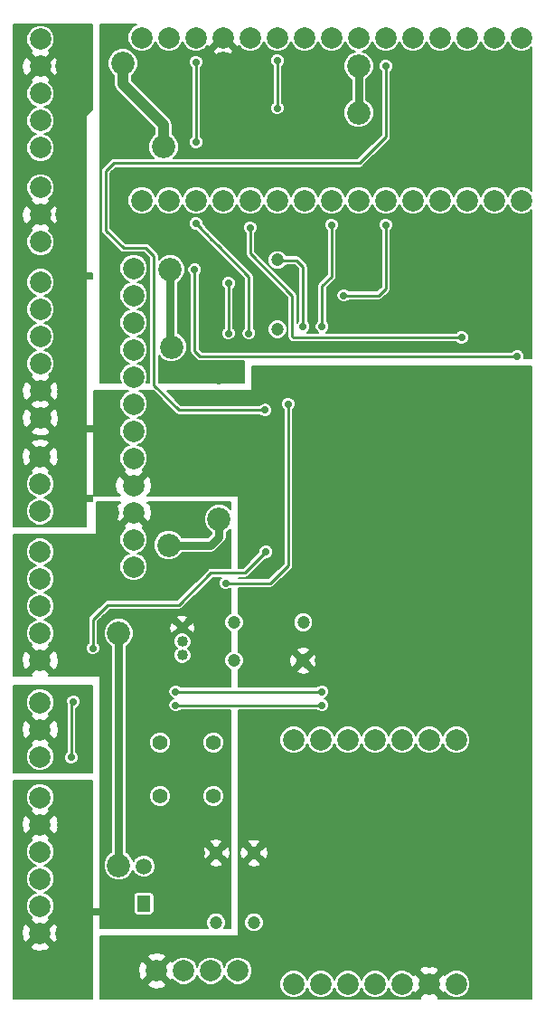
<source format=gbr>
G04 #@! TF.GenerationSoftware,KiCad,Pcbnew,no-vcs-found-895c0bb~58~ubuntu16.04.1*
G04 #@! TF.CreationDate,2017-07-19T10:40:22-04:00*
G04 #@! TF.ProjectId,Noeud,4E6F6575642E6B696361645F70636200,rev?*
G04 #@! TF.SameCoordinates,Original
G04 #@! TF.FileFunction,Copper,L1,Top,Plane*
G04 #@! TF.FilePolarity,Positive*
%FSLAX46Y46*%
G04 Gerber Fmt 4.6, Leading zero omitted, Abs format (unit mm)*
G04 Created by KiCad (PCBNEW no-vcs-found-895c0bb~58~ubuntu16.04.1) date Wed Jul 19 10:40:22 2017*
%MOMM*%
%LPD*%
G01*
G04 APERTURE LIST*
%ADD10C,1.500000*%
%ADD11R,1.300000X1.500000*%
%ADD12C,2.000000*%
%ADD13C,1.400000*%
%ADD14C,1.016000*%
%ADD15C,1.200000*%
%ADD16C,2.184400*%
%ADD17C,0.700000*%
%ADD18C,0.762000*%
%ADD19C,1.016000*%
%ADD20C,0.254000*%
%ADD21C,0.127000*%
G04 APERTURE END LIST*
D10*
X139251000Y-132294000D03*
D11*
X139251000Y-135794000D03*
D12*
X129540000Y-122047000D03*
X129540000Y-119507000D03*
X129540000Y-116967000D03*
X129540000Y-113030000D03*
X129540000Y-110490000D03*
X129540000Y-107950000D03*
X129540000Y-105410000D03*
X129540000Y-102870000D03*
X129540000Y-125857000D03*
X129540000Y-128397000D03*
X129540000Y-130937000D03*
X129540000Y-133477000D03*
X129540000Y-136017000D03*
X129540000Y-138557000D03*
X138303000Y-76327000D03*
X138303000Y-78867000D03*
X138303000Y-81407000D03*
X138303000Y-83947000D03*
X138303000Y-86487000D03*
X138303000Y-89027000D03*
X138303000Y-91567000D03*
X138303000Y-94107000D03*
X138303000Y-96647000D03*
X138303000Y-99187000D03*
X138303000Y-101727000D03*
X138303000Y-104267000D03*
X168526000Y-120457000D03*
X165986000Y-120457000D03*
X163446000Y-120457000D03*
X160906000Y-120457000D03*
X158366000Y-120457000D03*
X155826000Y-120457000D03*
X168526000Y-143317000D03*
X153286000Y-120457000D03*
X165986000Y-143317000D03*
X163446000Y-143317000D03*
X160906000Y-143317000D03*
X158366000Y-143317000D03*
X155826000Y-143317000D03*
X153286000Y-143317000D03*
X129580000Y-54900000D03*
X129580000Y-57440000D03*
X129580000Y-59980000D03*
X129580000Y-62520000D03*
X129580000Y-65060000D03*
X129580000Y-68780000D03*
X129580000Y-71320000D03*
X129580000Y-73860000D03*
X129580000Y-90340000D03*
X129580000Y-87800000D03*
X129580000Y-85260000D03*
X129580000Y-82720000D03*
X129580000Y-80180000D03*
X129580000Y-77640000D03*
D13*
X145787000Y-120721000D03*
X145787000Y-125721000D03*
X140787000Y-120721000D03*
X140787000Y-125721000D03*
D14*
X142875000Y-109982000D03*
X142875000Y-111252000D03*
X142875000Y-112522000D03*
D15*
X149582000Y-131052000D03*
X149582000Y-137552000D03*
X151789000Y-82054000D03*
X151789000Y-75554000D03*
X146026000Y-137552000D03*
X146026000Y-131052000D03*
X154190000Y-109450000D03*
X147690000Y-109450000D03*
X154189000Y-113054000D03*
X147689000Y-113054000D03*
D12*
X148082000Y-142081000D03*
X145542000Y-142081000D03*
X143002000Y-142081000D03*
X140462000Y-142081000D03*
X129540000Y-99060000D03*
X129540000Y-96520000D03*
X129540000Y-93980000D03*
X139065000Y-69977000D03*
X141605000Y-69977000D03*
X144145000Y-69977000D03*
X146685000Y-69977000D03*
X149225000Y-69977000D03*
X151765000Y-69977000D03*
X154305000Y-69977000D03*
X156845000Y-69977000D03*
X159385000Y-69977000D03*
X161925000Y-69977000D03*
X164465000Y-69977000D03*
X167005000Y-69977000D03*
X169545000Y-69977000D03*
X172085000Y-69977000D03*
X174625000Y-69977000D03*
X174625000Y-54737000D03*
X172085000Y-54737000D03*
X169545000Y-54737000D03*
X167005000Y-54737000D03*
X164465000Y-54737000D03*
X161925000Y-54737000D03*
X159385000Y-54737000D03*
X156845000Y-54737000D03*
X154305000Y-54737000D03*
X151765000Y-54737000D03*
X149225000Y-54737000D03*
X146685000Y-54737000D03*
X144145000Y-54737000D03*
X141605000Y-54737000D03*
X139065000Y-54737000D03*
D16*
X136906000Y-110490000D03*
X136906000Y-132207000D03*
X137287000Y-57150000D03*
X141097000Y-64960500D03*
D17*
X161925000Y-57404000D03*
X132461000Y-122110500D03*
X132651500Y-116903500D03*
X134493000Y-111887000D03*
X150685500Y-102870000D03*
X150622000Y-89598500D03*
D16*
X135890000Y-99187000D03*
X140589000Y-109982000D03*
X143891000Y-131064000D03*
X132080000Y-138557000D03*
X132207000Y-128397000D03*
X132334000Y-113030000D03*
D17*
X147193000Y-77724000D03*
X147193000Y-82423000D03*
X142240000Y-115951000D03*
X155956000Y-115951000D03*
X155956000Y-117221000D03*
X142240000Y-117221000D03*
X151765000Y-61341000D03*
X151765000Y-56896000D03*
X157988000Y-78867000D03*
X161925000Y-72263000D03*
D16*
X141732000Y-76454000D03*
X141859000Y-83693000D03*
X159385000Y-61785500D03*
X159385000Y-57404000D03*
X141605000Y-95377000D03*
X151130000Y-86614000D03*
X156337000Y-113030000D03*
X149606000Y-128778000D03*
X165989000Y-140716000D03*
X137287000Y-141986000D03*
X132207000Y-93980000D03*
X132207000Y-87884000D03*
X132080000Y-71247000D03*
X132080000Y-57404000D03*
X141605000Y-102235000D03*
X146304000Y-99822000D03*
X146304000Y-86106000D03*
X146685000Y-57150000D03*
D17*
X144145000Y-57023000D03*
X144145000Y-64516000D03*
X149098000Y-82423000D03*
X144145000Y-72136000D03*
X144018000Y-76454000D03*
X174244000Y-84582000D03*
X169037000Y-82804000D03*
X149225000Y-72517000D03*
X152781000Y-89027000D03*
X154178000Y-81788000D03*
X146939000Y-105791000D03*
X156845000Y-72263000D03*
X155956000Y-81788000D03*
D18*
X136906000Y-110490000D02*
X136906000Y-132207000D01*
D19*
X137287000Y-57150000D02*
X137287000Y-59118500D01*
X141097000Y-62928500D02*
X141097000Y-64960500D01*
X137287000Y-59118500D02*
X141097000Y-62928500D01*
D20*
X140208000Y-86169500D02*
X140208000Y-87249000D01*
X161925000Y-64008000D02*
X159448500Y-66484500D01*
X159448500Y-66484500D02*
X136461500Y-66484500D01*
X136461500Y-66484500D02*
X135699500Y-67246500D01*
X135699500Y-67246500D02*
X135699500Y-72771000D01*
X135699500Y-72771000D02*
X137350500Y-74422000D01*
X137350500Y-74422000D02*
X139446000Y-74422000D01*
X139446000Y-74422000D02*
X140208000Y-75184000D01*
X140208000Y-75184000D02*
X140208000Y-86169500D01*
X161925000Y-57404000D02*
X161925000Y-61976000D01*
X161925000Y-61976000D02*
X161925000Y-64008000D01*
X132461000Y-117094000D02*
X132461000Y-122110500D01*
X132651500Y-116903500D02*
X132461000Y-117094000D01*
X134493000Y-109220000D02*
X134493000Y-111887000D01*
X135890000Y-107823000D02*
X134493000Y-109220000D01*
X142557500Y-107823000D02*
X135890000Y-107823000D01*
X145542000Y-104838500D02*
X142557500Y-107823000D01*
X148717000Y-104838500D02*
X145542000Y-104838500D01*
X150685500Y-102870000D02*
X148717000Y-104838500D01*
X142557500Y-89598500D02*
X150622000Y-89598500D01*
X140208000Y-87249000D02*
X142557500Y-89598500D01*
X147193000Y-78105000D02*
X147193000Y-77724000D01*
X147193000Y-82423000D02*
X147193000Y-78105000D01*
X142240000Y-115951000D02*
X155956000Y-115951000D01*
X142240000Y-117221000D02*
X145288000Y-117221000D01*
X145288000Y-117221000D02*
X155956000Y-117221000D01*
X151765000Y-56896000D02*
X151765000Y-61341000D01*
X161925000Y-75438000D02*
X161925000Y-78232000D01*
X157988000Y-78867000D02*
X161290000Y-78867000D01*
X161290000Y-78867000D02*
X161671000Y-78486000D01*
X161925000Y-72263000D02*
X161925000Y-75311000D01*
X161925000Y-75311000D02*
X161925000Y-75438000D01*
X161925000Y-78232000D02*
X161671000Y-78486000D01*
D18*
X141732000Y-83566000D02*
X141732000Y-76454000D01*
X141859000Y-83693000D02*
X141732000Y-83566000D01*
X159385000Y-57404000D02*
X159385000Y-61341000D01*
X159385000Y-61785500D02*
X159385000Y-61341000D01*
X141605000Y-102235000D02*
X145542000Y-102235000D01*
X146304000Y-101473000D02*
X146304000Y-99822000D01*
X145542000Y-102235000D02*
X146304000Y-101473000D01*
D20*
X144145000Y-57023000D02*
X144145000Y-64516000D01*
X144653000Y-72644000D02*
X144145000Y-72136000D01*
X145542000Y-73533000D02*
X145161000Y-73152000D01*
X145161000Y-73152000D02*
X144780000Y-72771000D01*
X144780000Y-72771000D02*
X144653000Y-72644000D01*
X149098000Y-77089000D02*
X146177000Y-74168000D01*
X149098000Y-77343000D02*
X149098000Y-77089000D01*
X149098000Y-77724000D02*
X149098000Y-77343000D01*
X149098000Y-78359000D02*
X149098000Y-77724000D01*
X149098000Y-82423000D02*
X149098000Y-78359000D01*
X146177000Y-74168000D02*
X145542000Y-73533000D01*
X146177000Y-84582000D02*
X144526000Y-84582000D01*
X144018000Y-82423000D02*
X144018000Y-76454000D01*
X149479000Y-84582000D02*
X146177000Y-84582000D01*
X151511000Y-84582000D02*
X149479000Y-84582000D01*
X153416000Y-84582000D02*
X151511000Y-84582000D01*
X161290000Y-84582000D02*
X153416000Y-84582000D01*
X162179000Y-84582000D02*
X161290000Y-84582000D01*
X174244000Y-84582000D02*
X162179000Y-84582000D01*
X144018000Y-84074000D02*
X144018000Y-82423000D01*
X144526000Y-84582000D02*
X144018000Y-84074000D01*
X169037000Y-82804000D02*
X153289000Y-82804000D01*
X153289000Y-82804000D02*
X155067000Y-82804000D01*
X155067000Y-82804000D02*
X154813000Y-82804000D01*
X154813000Y-82804000D02*
X153289000Y-82804000D01*
X153289000Y-82804000D02*
X153162000Y-82677000D01*
X149225000Y-74930000D02*
X149225000Y-72517000D01*
X153162000Y-78867000D02*
X149225000Y-74930000D01*
X153162000Y-82677000D02*
X153162000Y-78867000D01*
X151800000Y-75565000D02*
X153543000Y-75565000D01*
X154178000Y-81788000D02*
X154178000Y-76200000D01*
X146939000Y-105791000D02*
X149479000Y-105791000D01*
X149479000Y-105791000D02*
X151130000Y-105791000D01*
X151130000Y-105791000D02*
X152781000Y-104140000D01*
X152781000Y-104140000D02*
X152781000Y-89027000D01*
X154178000Y-76200000D02*
X153543000Y-75565000D01*
X151800000Y-75565000D02*
X151789000Y-75554000D01*
X156845000Y-77089000D02*
X156845000Y-72263000D01*
X155956000Y-77978000D02*
X156845000Y-77089000D01*
X155956000Y-81788000D02*
X155956000Y-77978000D01*
D21*
G36*
X134429500Y-61441698D02*
X133813099Y-62058099D01*
X133799334Y-62078700D01*
X133794500Y-62103000D01*
X133794500Y-76708000D01*
X133799334Y-76732300D01*
X133813099Y-76752901D01*
X133833700Y-76766666D01*
X133858000Y-76771500D01*
X134429500Y-76771500D01*
X134429500Y-77279500D01*
X133858000Y-77279500D01*
X133833700Y-77284334D01*
X133813099Y-77298099D01*
X133799334Y-77318700D01*
X133794500Y-77343000D01*
X133794500Y-91059000D01*
X133799334Y-91083300D01*
X133813099Y-91103901D01*
X133833700Y-91117666D01*
X133858000Y-91122500D01*
X134493000Y-91122500D01*
X134517300Y-91117666D01*
X134537901Y-91103901D01*
X134551666Y-91083300D01*
X134556500Y-91059000D01*
X134556500Y-87820500D01*
X137772890Y-87820500D01*
X137557671Y-87909427D01*
X137186729Y-88279722D01*
X136985730Y-88763783D01*
X136985272Y-89287917D01*
X137185427Y-89772329D01*
X137555722Y-90143271D01*
X137926257Y-90297130D01*
X137557671Y-90449427D01*
X137186729Y-90819722D01*
X136985730Y-91303783D01*
X136985272Y-91827917D01*
X137185427Y-92312329D01*
X137555722Y-92683271D01*
X137926257Y-92837130D01*
X137557671Y-92989427D01*
X137186729Y-93359722D01*
X136985730Y-93843783D01*
X136985272Y-94367917D01*
X137185427Y-94852329D01*
X137485506Y-95152932D01*
X137396281Y-95381070D01*
X138303000Y-96287790D01*
X139209719Y-95381070D01*
X139120382Y-95152646D01*
X139419271Y-94854278D01*
X139620270Y-94370217D01*
X139620728Y-93846083D01*
X139420573Y-93361671D01*
X139050278Y-92990729D01*
X138679743Y-92836870D01*
X139048329Y-92684573D01*
X139419271Y-92314278D01*
X139620270Y-91830217D01*
X139620728Y-91306083D01*
X139420573Y-90821671D01*
X139050278Y-90450729D01*
X138679743Y-90296870D01*
X139048329Y-90144573D01*
X139419271Y-89774278D01*
X139620270Y-89290217D01*
X139620728Y-88766083D01*
X139420573Y-88281671D01*
X139050278Y-87910729D01*
X138832982Y-87820500D01*
X140150882Y-87820500D01*
X142243191Y-89912809D01*
X142387397Y-90009164D01*
X142557500Y-90043000D01*
X150122560Y-90043000D01*
X150243398Y-90164049D01*
X150488644Y-90265884D01*
X150754191Y-90266116D01*
X150999614Y-90164709D01*
X151187549Y-89977102D01*
X151289384Y-89731856D01*
X151289616Y-89466309D01*
X151188209Y-89220886D01*
X151000602Y-89032951D01*
X150755356Y-88931116D01*
X150489809Y-88930884D01*
X150244386Y-89032291D01*
X150122464Y-89154000D01*
X142741618Y-89154000D01*
X141408118Y-87820500D01*
X149352000Y-87820500D01*
X149376300Y-87815666D01*
X149396901Y-87801901D01*
X149410666Y-87781300D01*
X149415500Y-87757000D01*
X149415500Y-85534500D01*
X175577500Y-85534500D01*
X175577500Y-144716500D01*
X166840480Y-144716500D01*
X166892719Y-144582930D01*
X165986000Y-143676210D01*
X165079281Y-144582930D01*
X165131520Y-144716500D01*
X135191500Y-144716500D01*
X135191500Y-143346930D01*
X139555281Y-143346930D01*
X139660586Y-143616183D01*
X140309079Y-143806012D01*
X140980853Y-143733224D01*
X141263414Y-143616183D01*
X141278379Y-143577917D01*
X151968272Y-143577917D01*
X152168427Y-144062329D01*
X152538722Y-144433271D01*
X153022783Y-144634270D01*
X153546917Y-144634728D01*
X154031329Y-144434573D01*
X154402271Y-144064278D01*
X154556130Y-143693743D01*
X154708427Y-144062329D01*
X155078722Y-144433271D01*
X155562783Y-144634270D01*
X156086917Y-144634728D01*
X156571329Y-144434573D01*
X156942271Y-144064278D01*
X157096130Y-143693743D01*
X157248427Y-144062329D01*
X157618722Y-144433271D01*
X158102783Y-144634270D01*
X158626917Y-144634728D01*
X159111329Y-144434573D01*
X159482271Y-144064278D01*
X159636130Y-143693743D01*
X159788427Y-144062329D01*
X160158722Y-144433271D01*
X160642783Y-144634270D01*
X161166917Y-144634728D01*
X161651329Y-144434573D01*
X162022271Y-144064278D01*
X162176130Y-143693743D01*
X162328427Y-144062329D01*
X162698722Y-144433271D01*
X163182783Y-144634270D01*
X163706917Y-144634728D01*
X164191329Y-144434573D01*
X164491932Y-144134494D01*
X164720070Y-144223719D01*
X165626790Y-143317000D01*
X166345210Y-143317000D01*
X167251930Y-144223719D01*
X167480354Y-144134382D01*
X167778722Y-144433271D01*
X168262783Y-144634270D01*
X168786917Y-144634728D01*
X169271329Y-144434573D01*
X169642271Y-144064278D01*
X169843270Y-143580217D01*
X169843728Y-143056083D01*
X169643573Y-142571671D01*
X169273278Y-142200729D01*
X168789217Y-141999730D01*
X168265083Y-141999272D01*
X167780671Y-142199427D01*
X167480068Y-142499506D01*
X167251930Y-142410281D01*
X166345210Y-143317000D01*
X165626790Y-143317000D01*
X164720070Y-142410281D01*
X164491646Y-142499618D01*
X164193278Y-142200729D01*
X163832858Y-142051070D01*
X165079281Y-142051070D01*
X165986000Y-142957790D01*
X166892719Y-142051070D01*
X166787414Y-141781817D01*
X166138921Y-141591988D01*
X165467147Y-141664776D01*
X165184586Y-141781817D01*
X165079281Y-142051070D01*
X163832858Y-142051070D01*
X163709217Y-141999730D01*
X163185083Y-141999272D01*
X162700671Y-142199427D01*
X162329729Y-142569722D01*
X162175870Y-142940257D01*
X162023573Y-142571671D01*
X161653278Y-142200729D01*
X161169217Y-141999730D01*
X160645083Y-141999272D01*
X160160671Y-142199427D01*
X159789729Y-142569722D01*
X159635870Y-142940257D01*
X159483573Y-142571671D01*
X159113278Y-142200729D01*
X158629217Y-141999730D01*
X158105083Y-141999272D01*
X157620671Y-142199427D01*
X157249729Y-142569722D01*
X157095870Y-142940257D01*
X156943573Y-142571671D01*
X156573278Y-142200729D01*
X156089217Y-141999730D01*
X155565083Y-141999272D01*
X155080671Y-142199427D01*
X154709729Y-142569722D01*
X154555870Y-142940257D01*
X154403573Y-142571671D01*
X154033278Y-142200729D01*
X153549217Y-141999730D01*
X153025083Y-141999272D01*
X152540671Y-142199427D01*
X152169729Y-142569722D01*
X151968730Y-143053783D01*
X151968272Y-143577917D01*
X141278379Y-143577917D01*
X141368719Y-143346930D01*
X140462000Y-142440210D01*
X139555281Y-143346930D01*
X135191500Y-143346930D01*
X135191500Y-141928079D01*
X138736988Y-141928079D01*
X138809776Y-142599853D01*
X138926817Y-142882414D01*
X139196070Y-142987719D01*
X140102790Y-142081000D01*
X140821210Y-142081000D01*
X141727930Y-142987719D01*
X141956354Y-142898382D01*
X142254722Y-143197271D01*
X142738783Y-143398270D01*
X143262917Y-143398728D01*
X143747329Y-143198573D01*
X144118271Y-142828278D01*
X144272130Y-142457743D01*
X144424427Y-142826329D01*
X144794722Y-143197271D01*
X145278783Y-143398270D01*
X145802917Y-143398728D01*
X146287329Y-143198573D01*
X146658271Y-142828278D01*
X146812130Y-142457743D01*
X146964427Y-142826329D01*
X147334722Y-143197271D01*
X147818783Y-143398270D01*
X148342917Y-143398728D01*
X148827329Y-143198573D01*
X149198271Y-142828278D01*
X149399270Y-142344217D01*
X149399728Y-141820083D01*
X149199573Y-141335671D01*
X148829278Y-140964729D01*
X148345217Y-140763730D01*
X147821083Y-140763272D01*
X147336671Y-140963427D01*
X146965729Y-141333722D01*
X146811870Y-141704257D01*
X146659573Y-141335671D01*
X146289278Y-140964729D01*
X145805217Y-140763730D01*
X145281083Y-140763272D01*
X144796671Y-140963427D01*
X144425729Y-141333722D01*
X144271870Y-141704257D01*
X144119573Y-141335671D01*
X143749278Y-140964729D01*
X143265217Y-140763730D01*
X142741083Y-140763272D01*
X142256671Y-140963427D01*
X141956068Y-141263506D01*
X141727930Y-141174281D01*
X140821210Y-142081000D01*
X140102790Y-142081000D01*
X139196070Y-141174281D01*
X138926817Y-141279586D01*
X138736988Y-141928079D01*
X135191500Y-141928079D01*
X135191500Y-140815070D01*
X139555281Y-140815070D01*
X140462000Y-141721790D01*
X141368719Y-140815070D01*
X141263414Y-140545817D01*
X140614921Y-140355988D01*
X139943147Y-140428776D01*
X139660586Y-140545817D01*
X139555281Y-140815070D01*
X135191500Y-140815070D01*
X135191500Y-138874500D01*
X148082000Y-138874500D01*
X148106300Y-138869666D01*
X148126901Y-138855901D01*
X148140666Y-138835300D01*
X148145500Y-138811000D01*
X148145500Y-137733701D01*
X148664341Y-137733701D01*
X148803728Y-138071043D01*
X149061599Y-138329365D01*
X149398697Y-138469340D01*
X149763701Y-138469659D01*
X150101043Y-138330272D01*
X150359365Y-138072401D01*
X150499340Y-137735303D01*
X150499659Y-137370299D01*
X150360272Y-137032957D01*
X150102401Y-136774635D01*
X149765303Y-136634660D01*
X149400299Y-136634341D01*
X149062957Y-136773728D01*
X148804635Y-137031599D01*
X148664660Y-137368697D01*
X148664341Y-137733701D01*
X148145500Y-137733701D01*
X148145500Y-132024198D01*
X148969013Y-132024198D01*
X149023754Y-132252490D01*
X149525656Y-132374740D01*
X150036135Y-132295614D01*
X150140246Y-132252490D01*
X150194987Y-132024198D01*
X149582000Y-131411210D01*
X148969013Y-132024198D01*
X148145500Y-132024198D01*
X148145500Y-130995656D01*
X148259260Y-130995656D01*
X148338386Y-131506135D01*
X148381510Y-131610246D01*
X148609802Y-131664987D01*
X149222790Y-131052000D01*
X149941210Y-131052000D01*
X150554198Y-131664987D01*
X150782490Y-131610246D01*
X150904740Y-131108344D01*
X150825614Y-130597865D01*
X150782490Y-130493754D01*
X150554198Y-130439013D01*
X149941210Y-131052000D01*
X149222790Y-131052000D01*
X148609802Y-130439013D01*
X148381510Y-130493754D01*
X148259260Y-130995656D01*
X148145500Y-130995656D01*
X148145500Y-130079802D01*
X148969013Y-130079802D01*
X149582000Y-130692790D01*
X150194987Y-130079802D01*
X150140246Y-129851510D01*
X149638344Y-129729260D01*
X149127865Y-129808386D01*
X149023754Y-129851510D01*
X148969013Y-130079802D01*
X148145500Y-130079802D01*
X148145500Y-120717917D01*
X151968272Y-120717917D01*
X152168427Y-121202329D01*
X152538722Y-121573271D01*
X153022783Y-121774270D01*
X153546917Y-121774728D01*
X154031329Y-121574573D01*
X154402271Y-121204278D01*
X154556130Y-120833743D01*
X154708427Y-121202329D01*
X155078722Y-121573271D01*
X155562783Y-121774270D01*
X156086917Y-121774728D01*
X156571329Y-121574573D01*
X156942271Y-121204278D01*
X157096130Y-120833743D01*
X157248427Y-121202329D01*
X157618722Y-121573271D01*
X158102783Y-121774270D01*
X158626917Y-121774728D01*
X159111329Y-121574573D01*
X159482271Y-121204278D01*
X159636130Y-120833743D01*
X159788427Y-121202329D01*
X160158722Y-121573271D01*
X160642783Y-121774270D01*
X161166917Y-121774728D01*
X161651329Y-121574573D01*
X162022271Y-121204278D01*
X162176130Y-120833743D01*
X162328427Y-121202329D01*
X162698722Y-121573271D01*
X163182783Y-121774270D01*
X163706917Y-121774728D01*
X164191329Y-121574573D01*
X164562271Y-121204278D01*
X164716130Y-120833743D01*
X164868427Y-121202329D01*
X165238722Y-121573271D01*
X165722783Y-121774270D01*
X166246917Y-121774728D01*
X166731329Y-121574573D01*
X167102271Y-121204278D01*
X167256130Y-120833743D01*
X167408427Y-121202329D01*
X167778722Y-121573271D01*
X168262783Y-121774270D01*
X168786917Y-121774728D01*
X169271329Y-121574573D01*
X169642271Y-121204278D01*
X169843270Y-120720217D01*
X169843728Y-120196083D01*
X169643573Y-119711671D01*
X169273278Y-119340729D01*
X168789217Y-119139730D01*
X168265083Y-119139272D01*
X167780671Y-119339427D01*
X167409729Y-119709722D01*
X167255870Y-120080257D01*
X167103573Y-119711671D01*
X166733278Y-119340729D01*
X166249217Y-119139730D01*
X165725083Y-119139272D01*
X165240671Y-119339427D01*
X164869729Y-119709722D01*
X164715870Y-120080257D01*
X164563573Y-119711671D01*
X164193278Y-119340729D01*
X163709217Y-119139730D01*
X163185083Y-119139272D01*
X162700671Y-119339427D01*
X162329729Y-119709722D01*
X162175870Y-120080257D01*
X162023573Y-119711671D01*
X161653278Y-119340729D01*
X161169217Y-119139730D01*
X160645083Y-119139272D01*
X160160671Y-119339427D01*
X159789729Y-119709722D01*
X159635870Y-120080257D01*
X159483573Y-119711671D01*
X159113278Y-119340729D01*
X158629217Y-119139730D01*
X158105083Y-119139272D01*
X157620671Y-119339427D01*
X157249729Y-119709722D01*
X157095870Y-120080257D01*
X156943573Y-119711671D01*
X156573278Y-119340729D01*
X156089217Y-119139730D01*
X155565083Y-119139272D01*
X155080671Y-119339427D01*
X154709729Y-119709722D01*
X154555870Y-120080257D01*
X154403573Y-119711671D01*
X154033278Y-119340729D01*
X153549217Y-119139730D01*
X153025083Y-119139272D01*
X152540671Y-119339427D01*
X152169729Y-119709722D01*
X151968730Y-120193783D01*
X151968272Y-120717917D01*
X148145500Y-120717917D01*
X148145500Y-117665500D01*
X155456560Y-117665500D01*
X155577398Y-117786549D01*
X155822644Y-117888384D01*
X156088191Y-117888616D01*
X156333614Y-117787209D01*
X156521549Y-117599602D01*
X156623384Y-117354356D01*
X156623616Y-117088809D01*
X156522209Y-116843386D01*
X156334602Y-116655451D01*
X156167237Y-116585955D01*
X156333614Y-116517209D01*
X156521549Y-116329602D01*
X156623384Y-116084356D01*
X156623616Y-115818809D01*
X156522209Y-115573386D01*
X156334602Y-115385451D01*
X156089356Y-115283616D01*
X155823809Y-115283384D01*
X155578386Y-115384791D01*
X155456464Y-115506500D01*
X148145500Y-115506500D01*
X148145500Y-114026198D01*
X153576013Y-114026198D01*
X153630754Y-114254490D01*
X154132656Y-114376740D01*
X154643135Y-114297614D01*
X154747246Y-114254490D01*
X154801987Y-114026198D01*
X154189000Y-113413210D01*
X153576013Y-114026198D01*
X148145500Y-114026198D01*
X148145500Y-113858114D01*
X148208043Y-113832272D01*
X148466365Y-113574401D01*
X148606340Y-113237303D01*
X148606549Y-112997656D01*
X152866260Y-112997656D01*
X152945386Y-113508135D01*
X152988510Y-113612246D01*
X153216802Y-113666987D01*
X153829790Y-113054000D01*
X154548210Y-113054000D01*
X155161198Y-113666987D01*
X155389490Y-113612246D01*
X155511740Y-113110344D01*
X155432614Y-112599865D01*
X155389490Y-112495754D01*
X155161198Y-112441013D01*
X154548210Y-113054000D01*
X153829790Y-113054000D01*
X153216802Y-112441013D01*
X152988510Y-112495754D01*
X152866260Y-112997656D01*
X148606549Y-112997656D01*
X148606659Y-112872299D01*
X148467272Y-112534957D01*
X148209401Y-112276635D01*
X148145500Y-112250101D01*
X148145500Y-112081802D01*
X153576013Y-112081802D01*
X154189000Y-112694790D01*
X154801987Y-112081802D01*
X154747246Y-111853510D01*
X154245344Y-111731260D01*
X153734865Y-111810386D01*
X153630754Y-111853510D01*
X153576013Y-112081802D01*
X148145500Y-112081802D01*
X148145500Y-110254527D01*
X148209043Y-110228272D01*
X148467365Y-109970401D01*
X148607340Y-109633303D01*
X148607341Y-109631701D01*
X153272341Y-109631701D01*
X153411728Y-109969043D01*
X153669599Y-110227365D01*
X154006697Y-110367340D01*
X154371701Y-110367659D01*
X154709043Y-110228272D01*
X154967365Y-109970401D01*
X155107340Y-109633303D01*
X155107659Y-109268299D01*
X154968272Y-108930957D01*
X154710401Y-108672635D01*
X154373303Y-108532660D01*
X154008299Y-108532341D01*
X153670957Y-108671728D01*
X153412635Y-108929599D01*
X153272660Y-109266697D01*
X153272341Y-109631701D01*
X148607341Y-109631701D01*
X148607659Y-109268299D01*
X148468272Y-108930957D01*
X148210401Y-108672635D01*
X148145500Y-108645686D01*
X148145500Y-106235500D01*
X151130000Y-106235500D01*
X151300103Y-106201664D01*
X151444309Y-106105309D01*
X153095309Y-104454309D01*
X153191665Y-104310102D01*
X153225500Y-104140000D01*
X153225500Y-89526440D01*
X153346549Y-89405602D01*
X153448384Y-89160356D01*
X153448616Y-88894809D01*
X153347209Y-88649386D01*
X153159602Y-88461451D01*
X152914356Y-88359616D01*
X152648809Y-88359384D01*
X152403386Y-88460791D01*
X152215451Y-88648398D01*
X152113616Y-88893644D01*
X152113384Y-89159191D01*
X152214791Y-89404614D01*
X152336500Y-89526536D01*
X152336500Y-103955882D01*
X150945882Y-105346500D01*
X148145500Y-105346500D01*
X148145500Y-105283000D01*
X148717000Y-105283000D01*
X148887103Y-105249164D01*
X149031309Y-105152809D01*
X150646651Y-103537467D01*
X150817691Y-103537616D01*
X151063114Y-103436209D01*
X151251049Y-103248602D01*
X151352884Y-103003356D01*
X151353116Y-102737809D01*
X151251709Y-102492386D01*
X151064102Y-102304451D01*
X150818856Y-102202616D01*
X150553309Y-102202384D01*
X150307886Y-102303791D01*
X150119951Y-102491398D01*
X150018116Y-102736644D01*
X150017965Y-102908917D01*
X148532882Y-104394000D01*
X148145500Y-104394000D01*
X148145500Y-97663000D01*
X148140666Y-97638700D01*
X148126901Y-97618099D01*
X148106300Y-97604334D01*
X148082000Y-97599500D01*
X139614713Y-97599500D01*
X139568931Y-97553718D01*
X139838183Y-97448414D01*
X140028012Y-96799921D01*
X139955224Y-96128147D01*
X139838183Y-95845586D01*
X139568930Y-95740281D01*
X138662210Y-96647000D01*
X138676353Y-96661142D01*
X138317142Y-97020353D01*
X138303000Y-97006210D01*
X138288858Y-97020353D01*
X137929647Y-96661142D01*
X137943790Y-96647000D01*
X137037070Y-95740281D01*
X136767817Y-95845586D01*
X136577988Y-96494079D01*
X136650776Y-97165853D01*
X136767817Y-97448414D01*
X137037069Y-97553718D01*
X136991287Y-97599500D01*
X134493000Y-97599500D01*
X134468700Y-97604334D01*
X134448099Y-97618099D01*
X134434334Y-97638700D01*
X134429500Y-97663000D01*
X134429500Y-98107500D01*
X133858000Y-98107500D01*
X133833700Y-98112334D01*
X133813099Y-98126099D01*
X133799334Y-98146700D01*
X133794500Y-98171000D01*
X133794500Y-100520500D01*
X127063500Y-100520500D01*
X127063500Y-96780917D01*
X128222272Y-96780917D01*
X128422427Y-97265329D01*
X128792722Y-97636271D01*
X129163257Y-97790130D01*
X128794671Y-97942427D01*
X128423729Y-98312722D01*
X128222730Y-98796783D01*
X128222272Y-99320917D01*
X128422427Y-99805329D01*
X128792722Y-100176271D01*
X129276783Y-100377270D01*
X129800917Y-100377728D01*
X130285329Y-100177573D01*
X130656271Y-99807278D01*
X130857270Y-99323217D01*
X130857728Y-98799083D01*
X130657573Y-98314671D01*
X130287278Y-97943729D01*
X129916743Y-97789870D01*
X130285329Y-97637573D01*
X130656271Y-97267278D01*
X130857270Y-96783217D01*
X130857728Y-96259083D01*
X130657573Y-95774671D01*
X130357494Y-95474068D01*
X130446719Y-95245930D01*
X129540000Y-94339210D01*
X128633281Y-95245930D01*
X128722618Y-95474354D01*
X128423729Y-95772722D01*
X128222730Y-96256783D01*
X128222272Y-96780917D01*
X127063500Y-96780917D01*
X127063500Y-93827079D01*
X127814988Y-93827079D01*
X127887776Y-94498853D01*
X128004817Y-94781414D01*
X128274070Y-94886719D01*
X129180790Y-93980000D01*
X129899210Y-93980000D01*
X130805930Y-94886719D01*
X131075183Y-94781414D01*
X131265012Y-94132921D01*
X131192224Y-93461147D01*
X131075183Y-93178586D01*
X130805930Y-93073281D01*
X129899210Y-93980000D01*
X129180790Y-93980000D01*
X128274070Y-93073281D01*
X128004817Y-93178586D01*
X127814988Y-93827079D01*
X127063500Y-93827079D01*
X127063500Y-92714070D01*
X128633281Y-92714070D01*
X129540000Y-93620790D01*
X130446719Y-92714070D01*
X130341414Y-92444817D01*
X129692921Y-92254988D01*
X129021147Y-92327776D01*
X128738586Y-92444817D01*
X128633281Y-92714070D01*
X127063500Y-92714070D01*
X127063500Y-91605930D01*
X128673281Y-91605930D01*
X128778586Y-91875183D01*
X129427079Y-92065012D01*
X130098853Y-91992224D01*
X130381414Y-91875183D01*
X130452274Y-91694000D01*
X133794500Y-91694000D01*
X133794500Y-97536000D01*
X133799334Y-97560300D01*
X133813099Y-97580901D01*
X133833700Y-97594666D01*
X133858000Y-97599500D01*
X134493000Y-97599500D01*
X134517300Y-97594666D01*
X134537901Y-97580901D01*
X134551666Y-97560300D01*
X134556500Y-97536000D01*
X134556500Y-91694000D01*
X134551666Y-91669700D01*
X134537901Y-91649099D01*
X134517300Y-91635334D01*
X134493000Y-91630500D01*
X133858000Y-91630500D01*
X133833700Y-91635334D01*
X133813099Y-91649099D01*
X133799334Y-91669700D01*
X133794500Y-91694000D01*
X130452274Y-91694000D01*
X130486719Y-91605930D01*
X129580000Y-90699210D01*
X128673281Y-91605930D01*
X127063500Y-91605930D01*
X127063500Y-90187079D01*
X127854988Y-90187079D01*
X127927776Y-90858853D01*
X128044817Y-91141414D01*
X128314070Y-91246719D01*
X129220790Y-90340000D01*
X129939210Y-90340000D01*
X130845930Y-91246719D01*
X131115183Y-91141414D01*
X131305012Y-90492921D01*
X131232224Y-89821147D01*
X131115183Y-89538586D01*
X130845930Y-89433281D01*
X129939210Y-90340000D01*
X129220790Y-90340000D01*
X128314070Y-89433281D01*
X128044817Y-89538586D01*
X127854988Y-90187079D01*
X127063500Y-90187079D01*
X127063500Y-89065930D01*
X128673281Y-89065930D01*
X128674873Y-89070000D01*
X128673281Y-89074070D01*
X128678509Y-89079298D01*
X128778586Y-89335183D01*
X128998878Y-89399668D01*
X129580000Y-89980790D01*
X130115433Y-89445356D01*
X130381414Y-89335183D01*
X130481491Y-89079298D01*
X130486719Y-89074070D01*
X130485127Y-89070000D01*
X130486719Y-89065930D01*
X130481491Y-89060702D01*
X130381414Y-88804817D01*
X130161122Y-88740332D01*
X129580000Y-88159210D01*
X129044567Y-88694644D01*
X128778586Y-88804817D01*
X128678509Y-89060702D01*
X128673281Y-89065930D01*
X127063500Y-89065930D01*
X127063500Y-87647079D01*
X127854988Y-87647079D01*
X127927776Y-88318853D01*
X128044817Y-88601414D01*
X128314070Y-88706719D01*
X129220790Y-87800000D01*
X129939210Y-87800000D01*
X130845930Y-88706719D01*
X131115183Y-88601414D01*
X131305012Y-87952921D01*
X131232224Y-87281147D01*
X131115183Y-86998586D01*
X130845930Y-86893281D01*
X129939210Y-87800000D01*
X129220790Y-87800000D01*
X128314070Y-86893281D01*
X128044817Y-86998586D01*
X127854988Y-87647079D01*
X127063500Y-87647079D01*
X127063500Y-77900917D01*
X128262272Y-77900917D01*
X128462427Y-78385329D01*
X128832722Y-78756271D01*
X129203257Y-78910130D01*
X128834671Y-79062427D01*
X128463729Y-79432722D01*
X128262730Y-79916783D01*
X128262272Y-80440917D01*
X128462427Y-80925329D01*
X128832722Y-81296271D01*
X129203257Y-81450130D01*
X128834671Y-81602427D01*
X128463729Y-81972722D01*
X128262730Y-82456783D01*
X128262272Y-82980917D01*
X128462427Y-83465329D01*
X128832722Y-83836271D01*
X129203257Y-83990130D01*
X128834671Y-84142427D01*
X128463729Y-84512722D01*
X128262730Y-84996783D01*
X128262272Y-85520917D01*
X128462427Y-86005329D01*
X128762506Y-86305932D01*
X128673281Y-86534070D01*
X129580000Y-87440790D01*
X130486719Y-86534070D01*
X130397382Y-86305646D01*
X130696271Y-86007278D01*
X130897270Y-85523217D01*
X130897728Y-84999083D01*
X130697573Y-84514671D01*
X130327278Y-84143729D01*
X129956743Y-83989870D01*
X130325329Y-83837573D01*
X130696271Y-83467278D01*
X130897270Y-82983217D01*
X130897728Y-82459083D01*
X130697573Y-81974671D01*
X130327278Y-81603729D01*
X129956743Y-81449870D01*
X130325329Y-81297573D01*
X130696271Y-80927278D01*
X130897270Y-80443217D01*
X130897728Y-79919083D01*
X130697573Y-79434671D01*
X130327278Y-79063729D01*
X129956743Y-78909870D01*
X130325329Y-78757573D01*
X130696271Y-78387278D01*
X130897270Y-77903217D01*
X130897728Y-77379083D01*
X130697573Y-76894671D01*
X130327278Y-76523729D01*
X129843217Y-76322730D01*
X129319083Y-76322272D01*
X128834671Y-76522427D01*
X128463729Y-76892722D01*
X128262730Y-77376783D01*
X128262272Y-77900917D01*
X127063500Y-77900917D01*
X127063500Y-74120917D01*
X128262272Y-74120917D01*
X128462427Y-74605329D01*
X128832722Y-74976271D01*
X129316783Y-75177270D01*
X129840917Y-75177728D01*
X130325329Y-74977573D01*
X130696271Y-74607278D01*
X130897270Y-74123217D01*
X130897728Y-73599083D01*
X130697573Y-73114671D01*
X130397494Y-72814068D01*
X130486719Y-72585930D01*
X129580000Y-71679210D01*
X128673281Y-72585930D01*
X128762618Y-72814354D01*
X128463729Y-73112722D01*
X128262730Y-73596783D01*
X128262272Y-74120917D01*
X127063500Y-74120917D01*
X127063500Y-71167079D01*
X127854988Y-71167079D01*
X127927776Y-71838853D01*
X128044817Y-72121414D01*
X128314070Y-72226719D01*
X129220790Y-71320000D01*
X129939210Y-71320000D01*
X130845930Y-72226719D01*
X131115183Y-72121414D01*
X131305012Y-71472921D01*
X131232224Y-70801147D01*
X131115183Y-70518586D01*
X130845930Y-70413281D01*
X129939210Y-71320000D01*
X129220790Y-71320000D01*
X128314070Y-70413281D01*
X128044817Y-70518586D01*
X127854988Y-71167079D01*
X127063500Y-71167079D01*
X127063500Y-69040917D01*
X128262272Y-69040917D01*
X128462427Y-69525329D01*
X128762506Y-69825932D01*
X128673281Y-70054070D01*
X129580000Y-70960790D01*
X130486719Y-70054070D01*
X130397382Y-69825646D01*
X130696271Y-69527278D01*
X130897270Y-69043217D01*
X130897728Y-68519083D01*
X130697573Y-68034671D01*
X130327278Y-67663729D01*
X129843217Y-67462730D01*
X129319083Y-67462272D01*
X128834671Y-67662427D01*
X128463729Y-68032722D01*
X128262730Y-68516783D01*
X128262272Y-69040917D01*
X127063500Y-69040917D01*
X127063500Y-60240917D01*
X128262272Y-60240917D01*
X128462427Y-60725329D01*
X128832722Y-61096271D01*
X129203257Y-61250130D01*
X128834671Y-61402427D01*
X128463729Y-61772722D01*
X128262730Y-62256783D01*
X128262272Y-62780917D01*
X128462427Y-63265329D01*
X128832722Y-63636271D01*
X129203257Y-63790130D01*
X128834671Y-63942427D01*
X128463729Y-64312722D01*
X128262730Y-64796783D01*
X128262272Y-65320917D01*
X128462427Y-65805329D01*
X128832722Y-66176271D01*
X129316783Y-66377270D01*
X129840917Y-66377728D01*
X130325329Y-66177573D01*
X130696271Y-65807278D01*
X130897270Y-65323217D01*
X130897728Y-64799083D01*
X130697573Y-64314671D01*
X130327278Y-63943729D01*
X129956743Y-63789870D01*
X130325329Y-63637573D01*
X130696271Y-63267278D01*
X130897270Y-62783217D01*
X130897728Y-62259083D01*
X130697573Y-61774671D01*
X130327278Y-61403729D01*
X129956743Y-61249870D01*
X130325329Y-61097573D01*
X130696271Y-60727278D01*
X130897270Y-60243217D01*
X130897728Y-59719083D01*
X130697573Y-59234671D01*
X130397494Y-58934068D01*
X130486719Y-58705930D01*
X129580000Y-57799210D01*
X128673281Y-58705930D01*
X128762618Y-58934354D01*
X128463729Y-59232722D01*
X128262730Y-59716783D01*
X128262272Y-60240917D01*
X127063500Y-60240917D01*
X127063500Y-57287079D01*
X127854988Y-57287079D01*
X127927776Y-57958853D01*
X128044817Y-58241414D01*
X128314070Y-58346719D01*
X129220790Y-57440000D01*
X129939210Y-57440000D01*
X130845930Y-58346719D01*
X131115183Y-58241414D01*
X131305012Y-57592921D01*
X131232224Y-56921147D01*
X131115183Y-56638586D01*
X130845930Y-56533281D01*
X129939210Y-57440000D01*
X129220790Y-57440000D01*
X128314070Y-56533281D01*
X128044817Y-56638586D01*
X127854988Y-57287079D01*
X127063500Y-57287079D01*
X127063500Y-55160917D01*
X128262272Y-55160917D01*
X128462427Y-55645329D01*
X128762506Y-55945932D01*
X128673281Y-56174070D01*
X129580000Y-57080790D01*
X130486719Y-56174070D01*
X130397382Y-55945646D01*
X130696271Y-55647278D01*
X130897270Y-55163217D01*
X130897728Y-54639083D01*
X130697573Y-54154671D01*
X130327278Y-53783729D01*
X129843217Y-53582730D01*
X129319083Y-53582272D01*
X128834671Y-53782427D01*
X128463729Y-54152722D01*
X128262730Y-54636783D01*
X128262272Y-55160917D01*
X127063500Y-55160917D01*
X127063500Y-53530500D01*
X134429500Y-53530500D01*
X134429500Y-61441698D01*
X134429500Y-61441698D01*
G37*
X134429500Y-61441698D02*
X133813099Y-62058099D01*
X133799334Y-62078700D01*
X133794500Y-62103000D01*
X133794500Y-76708000D01*
X133799334Y-76732300D01*
X133813099Y-76752901D01*
X133833700Y-76766666D01*
X133858000Y-76771500D01*
X134429500Y-76771500D01*
X134429500Y-77279500D01*
X133858000Y-77279500D01*
X133833700Y-77284334D01*
X133813099Y-77298099D01*
X133799334Y-77318700D01*
X133794500Y-77343000D01*
X133794500Y-91059000D01*
X133799334Y-91083300D01*
X133813099Y-91103901D01*
X133833700Y-91117666D01*
X133858000Y-91122500D01*
X134493000Y-91122500D01*
X134517300Y-91117666D01*
X134537901Y-91103901D01*
X134551666Y-91083300D01*
X134556500Y-91059000D01*
X134556500Y-87820500D01*
X137772890Y-87820500D01*
X137557671Y-87909427D01*
X137186729Y-88279722D01*
X136985730Y-88763783D01*
X136985272Y-89287917D01*
X137185427Y-89772329D01*
X137555722Y-90143271D01*
X137926257Y-90297130D01*
X137557671Y-90449427D01*
X137186729Y-90819722D01*
X136985730Y-91303783D01*
X136985272Y-91827917D01*
X137185427Y-92312329D01*
X137555722Y-92683271D01*
X137926257Y-92837130D01*
X137557671Y-92989427D01*
X137186729Y-93359722D01*
X136985730Y-93843783D01*
X136985272Y-94367917D01*
X137185427Y-94852329D01*
X137485506Y-95152932D01*
X137396281Y-95381070D01*
X138303000Y-96287790D01*
X139209719Y-95381070D01*
X139120382Y-95152646D01*
X139419271Y-94854278D01*
X139620270Y-94370217D01*
X139620728Y-93846083D01*
X139420573Y-93361671D01*
X139050278Y-92990729D01*
X138679743Y-92836870D01*
X139048329Y-92684573D01*
X139419271Y-92314278D01*
X139620270Y-91830217D01*
X139620728Y-91306083D01*
X139420573Y-90821671D01*
X139050278Y-90450729D01*
X138679743Y-90296870D01*
X139048329Y-90144573D01*
X139419271Y-89774278D01*
X139620270Y-89290217D01*
X139620728Y-88766083D01*
X139420573Y-88281671D01*
X139050278Y-87910729D01*
X138832982Y-87820500D01*
X140150882Y-87820500D01*
X142243191Y-89912809D01*
X142387397Y-90009164D01*
X142557500Y-90043000D01*
X150122560Y-90043000D01*
X150243398Y-90164049D01*
X150488644Y-90265884D01*
X150754191Y-90266116D01*
X150999614Y-90164709D01*
X151187549Y-89977102D01*
X151289384Y-89731856D01*
X151289616Y-89466309D01*
X151188209Y-89220886D01*
X151000602Y-89032951D01*
X150755356Y-88931116D01*
X150489809Y-88930884D01*
X150244386Y-89032291D01*
X150122464Y-89154000D01*
X142741618Y-89154000D01*
X141408118Y-87820500D01*
X149352000Y-87820500D01*
X149376300Y-87815666D01*
X149396901Y-87801901D01*
X149410666Y-87781300D01*
X149415500Y-87757000D01*
X149415500Y-85534500D01*
X175577500Y-85534500D01*
X175577500Y-144716500D01*
X166840480Y-144716500D01*
X166892719Y-144582930D01*
X165986000Y-143676210D01*
X165079281Y-144582930D01*
X165131520Y-144716500D01*
X135191500Y-144716500D01*
X135191500Y-143346930D01*
X139555281Y-143346930D01*
X139660586Y-143616183D01*
X140309079Y-143806012D01*
X140980853Y-143733224D01*
X141263414Y-143616183D01*
X141278379Y-143577917D01*
X151968272Y-143577917D01*
X152168427Y-144062329D01*
X152538722Y-144433271D01*
X153022783Y-144634270D01*
X153546917Y-144634728D01*
X154031329Y-144434573D01*
X154402271Y-144064278D01*
X154556130Y-143693743D01*
X154708427Y-144062329D01*
X155078722Y-144433271D01*
X155562783Y-144634270D01*
X156086917Y-144634728D01*
X156571329Y-144434573D01*
X156942271Y-144064278D01*
X157096130Y-143693743D01*
X157248427Y-144062329D01*
X157618722Y-144433271D01*
X158102783Y-144634270D01*
X158626917Y-144634728D01*
X159111329Y-144434573D01*
X159482271Y-144064278D01*
X159636130Y-143693743D01*
X159788427Y-144062329D01*
X160158722Y-144433271D01*
X160642783Y-144634270D01*
X161166917Y-144634728D01*
X161651329Y-144434573D01*
X162022271Y-144064278D01*
X162176130Y-143693743D01*
X162328427Y-144062329D01*
X162698722Y-144433271D01*
X163182783Y-144634270D01*
X163706917Y-144634728D01*
X164191329Y-144434573D01*
X164491932Y-144134494D01*
X164720070Y-144223719D01*
X165626790Y-143317000D01*
X166345210Y-143317000D01*
X167251930Y-144223719D01*
X167480354Y-144134382D01*
X167778722Y-144433271D01*
X168262783Y-144634270D01*
X168786917Y-144634728D01*
X169271329Y-144434573D01*
X169642271Y-144064278D01*
X169843270Y-143580217D01*
X169843728Y-143056083D01*
X169643573Y-142571671D01*
X169273278Y-142200729D01*
X168789217Y-141999730D01*
X168265083Y-141999272D01*
X167780671Y-142199427D01*
X167480068Y-142499506D01*
X167251930Y-142410281D01*
X166345210Y-143317000D01*
X165626790Y-143317000D01*
X164720070Y-142410281D01*
X164491646Y-142499618D01*
X164193278Y-142200729D01*
X163832858Y-142051070D01*
X165079281Y-142051070D01*
X165986000Y-142957790D01*
X166892719Y-142051070D01*
X166787414Y-141781817D01*
X166138921Y-141591988D01*
X165467147Y-141664776D01*
X165184586Y-141781817D01*
X165079281Y-142051070D01*
X163832858Y-142051070D01*
X163709217Y-141999730D01*
X163185083Y-141999272D01*
X162700671Y-142199427D01*
X162329729Y-142569722D01*
X162175870Y-142940257D01*
X162023573Y-142571671D01*
X161653278Y-142200729D01*
X161169217Y-141999730D01*
X160645083Y-141999272D01*
X160160671Y-142199427D01*
X159789729Y-142569722D01*
X159635870Y-142940257D01*
X159483573Y-142571671D01*
X159113278Y-142200729D01*
X158629217Y-141999730D01*
X158105083Y-141999272D01*
X157620671Y-142199427D01*
X157249729Y-142569722D01*
X157095870Y-142940257D01*
X156943573Y-142571671D01*
X156573278Y-142200729D01*
X156089217Y-141999730D01*
X155565083Y-141999272D01*
X155080671Y-142199427D01*
X154709729Y-142569722D01*
X154555870Y-142940257D01*
X154403573Y-142571671D01*
X154033278Y-142200729D01*
X153549217Y-141999730D01*
X153025083Y-141999272D01*
X152540671Y-142199427D01*
X152169729Y-142569722D01*
X151968730Y-143053783D01*
X151968272Y-143577917D01*
X141278379Y-143577917D01*
X141368719Y-143346930D01*
X140462000Y-142440210D01*
X139555281Y-143346930D01*
X135191500Y-143346930D01*
X135191500Y-141928079D01*
X138736988Y-141928079D01*
X138809776Y-142599853D01*
X138926817Y-142882414D01*
X139196070Y-142987719D01*
X140102790Y-142081000D01*
X140821210Y-142081000D01*
X141727930Y-142987719D01*
X141956354Y-142898382D01*
X142254722Y-143197271D01*
X142738783Y-143398270D01*
X143262917Y-143398728D01*
X143747329Y-143198573D01*
X144118271Y-142828278D01*
X144272130Y-142457743D01*
X144424427Y-142826329D01*
X144794722Y-143197271D01*
X145278783Y-143398270D01*
X145802917Y-143398728D01*
X146287329Y-143198573D01*
X146658271Y-142828278D01*
X146812130Y-142457743D01*
X146964427Y-142826329D01*
X147334722Y-143197271D01*
X147818783Y-143398270D01*
X148342917Y-143398728D01*
X148827329Y-143198573D01*
X149198271Y-142828278D01*
X149399270Y-142344217D01*
X149399728Y-141820083D01*
X149199573Y-141335671D01*
X148829278Y-140964729D01*
X148345217Y-140763730D01*
X147821083Y-140763272D01*
X147336671Y-140963427D01*
X146965729Y-141333722D01*
X146811870Y-141704257D01*
X146659573Y-141335671D01*
X146289278Y-140964729D01*
X145805217Y-140763730D01*
X145281083Y-140763272D01*
X144796671Y-140963427D01*
X144425729Y-141333722D01*
X144271870Y-141704257D01*
X144119573Y-141335671D01*
X143749278Y-140964729D01*
X143265217Y-140763730D01*
X142741083Y-140763272D01*
X142256671Y-140963427D01*
X141956068Y-141263506D01*
X141727930Y-141174281D01*
X140821210Y-142081000D01*
X140102790Y-142081000D01*
X139196070Y-141174281D01*
X138926817Y-141279586D01*
X138736988Y-141928079D01*
X135191500Y-141928079D01*
X135191500Y-140815070D01*
X139555281Y-140815070D01*
X140462000Y-141721790D01*
X141368719Y-140815070D01*
X141263414Y-140545817D01*
X140614921Y-140355988D01*
X139943147Y-140428776D01*
X139660586Y-140545817D01*
X139555281Y-140815070D01*
X135191500Y-140815070D01*
X135191500Y-138874500D01*
X148082000Y-138874500D01*
X148106300Y-138869666D01*
X148126901Y-138855901D01*
X148140666Y-138835300D01*
X148145500Y-138811000D01*
X148145500Y-137733701D01*
X148664341Y-137733701D01*
X148803728Y-138071043D01*
X149061599Y-138329365D01*
X149398697Y-138469340D01*
X149763701Y-138469659D01*
X150101043Y-138330272D01*
X150359365Y-138072401D01*
X150499340Y-137735303D01*
X150499659Y-137370299D01*
X150360272Y-137032957D01*
X150102401Y-136774635D01*
X149765303Y-136634660D01*
X149400299Y-136634341D01*
X149062957Y-136773728D01*
X148804635Y-137031599D01*
X148664660Y-137368697D01*
X148664341Y-137733701D01*
X148145500Y-137733701D01*
X148145500Y-132024198D01*
X148969013Y-132024198D01*
X149023754Y-132252490D01*
X149525656Y-132374740D01*
X150036135Y-132295614D01*
X150140246Y-132252490D01*
X150194987Y-132024198D01*
X149582000Y-131411210D01*
X148969013Y-132024198D01*
X148145500Y-132024198D01*
X148145500Y-130995656D01*
X148259260Y-130995656D01*
X148338386Y-131506135D01*
X148381510Y-131610246D01*
X148609802Y-131664987D01*
X149222790Y-131052000D01*
X149941210Y-131052000D01*
X150554198Y-131664987D01*
X150782490Y-131610246D01*
X150904740Y-131108344D01*
X150825614Y-130597865D01*
X150782490Y-130493754D01*
X150554198Y-130439013D01*
X149941210Y-131052000D01*
X149222790Y-131052000D01*
X148609802Y-130439013D01*
X148381510Y-130493754D01*
X148259260Y-130995656D01*
X148145500Y-130995656D01*
X148145500Y-130079802D01*
X148969013Y-130079802D01*
X149582000Y-130692790D01*
X150194987Y-130079802D01*
X150140246Y-129851510D01*
X149638344Y-129729260D01*
X149127865Y-129808386D01*
X149023754Y-129851510D01*
X148969013Y-130079802D01*
X148145500Y-130079802D01*
X148145500Y-120717917D01*
X151968272Y-120717917D01*
X152168427Y-121202329D01*
X152538722Y-121573271D01*
X153022783Y-121774270D01*
X153546917Y-121774728D01*
X154031329Y-121574573D01*
X154402271Y-121204278D01*
X154556130Y-120833743D01*
X154708427Y-121202329D01*
X155078722Y-121573271D01*
X155562783Y-121774270D01*
X156086917Y-121774728D01*
X156571329Y-121574573D01*
X156942271Y-121204278D01*
X157096130Y-120833743D01*
X157248427Y-121202329D01*
X157618722Y-121573271D01*
X158102783Y-121774270D01*
X158626917Y-121774728D01*
X159111329Y-121574573D01*
X159482271Y-121204278D01*
X159636130Y-120833743D01*
X159788427Y-121202329D01*
X160158722Y-121573271D01*
X160642783Y-121774270D01*
X161166917Y-121774728D01*
X161651329Y-121574573D01*
X162022271Y-121204278D01*
X162176130Y-120833743D01*
X162328427Y-121202329D01*
X162698722Y-121573271D01*
X163182783Y-121774270D01*
X163706917Y-121774728D01*
X164191329Y-121574573D01*
X164562271Y-121204278D01*
X164716130Y-120833743D01*
X164868427Y-121202329D01*
X165238722Y-121573271D01*
X165722783Y-121774270D01*
X166246917Y-121774728D01*
X166731329Y-121574573D01*
X167102271Y-121204278D01*
X167256130Y-120833743D01*
X167408427Y-121202329D01*
X167778722Y-121573271D01*
X168262783Y-121774270D01*
X168786917Y-121774728D01*
X169271329Y-121574573D01*
X169642271Y-121204278D01*
X169843270Y-120720217D01*
X169843728Y-120196083D01*
X169643573Y-119711671D01*
X169273278Y-119340729D01*
X168789217Y-119139730D01*
X168265083Y-119139272D01*
X167780671Y-119339427D01*
X167409729Y-119709722D01*
X167255870Y-120080257D01*
X167103573Y-119711671D01*
X166733278Y-119340729D01*
X166249217Y-119139730D01*
X165725083Y-119139272D01*
X165240671Y-119339427D01*
X164869729Y-119709722D01*
X164715870Y-120080257D01*
X164563573Y-119711671D01*
X164193278Y-119340729D01*
X163709217Y-119139730D01*
X163185083Y-119139272D01*
X162700671Y-119339427D01*
X162329729Y-119709722D01*
X162175870Y-120080257D01*
X162023573Y-119711671D01*
X161653278Y-119340729D01*
X161169217Y-119139730D01*
X160645083Y-119139272D01*
X160160671Y-119339427D01*
X159789729Y-119709722D01*
X159635870Y-120080257D01*
X159483573Y-119711671D01*
X159113278Y-119340729D01*
X158629217Y-119139730D01*
X158105083Y-119139272D01*
X157620671Y-119339427D01*
X157249729Y-119709722D01*
X157095870Y-120080257D01*
X156943573Y-119711671D01*
X156573278Y-119340729D01*
X156089217Y-119139730D01*
X155565083Y-119139272D01*
X155080671Y-119339427D01*
X154709729Y-119709722D01*
X154555870Y-120080257D01*
X154403573Y-119711671D01*
X154033278Y-119340729D01*
X153549217Y-119139730D01*
X153025083Y-119139272D01*
X152540671Y-119339427D01*
X152169729Y-119709722D01*
X151968730Y-120193783D01*
X151968272Y-120717917D01*
X148145500Y-120717917D01*
X148145500Y-117665500D01*
X155456560Y-117665500D01*
X155577398Y-117786549D01*
X155822644Y-117888384D01*
X156088191Y-117888616D01*
X156333614Y-117787209D01*
X156521549Y-117599602D01*
X156623384Y-117354356D01*
X156623616Y-117088809D01*
X156522209Y-116843386D01*
X156334602Y-116655451D01*
X156167237Y-116585955D01*
X156333614Y-116517209D01*
X156521549Y-116329602D01*
X156623384Y-116084356D01*
X156623616Y-115818809D01*
X156522209Y-115573386D01*
X156334602Y-115385451D01*
X156089356Y-115283616D01*
X155823809Y-115283384D01*
X155578386Y-115384791D01*
X155456464Y-115506500D01*
X148145500Y-115506500D01*
X148145500Y-114026198D01*
X153576013Y-114026198D01*
X153630754Y-114254490D01*
X154132656Y-114376740D01*
X154643135Y-114297614D01*
X154747246Y-114254490D01*
X154801987Y-114026198D01*
X154189000Y-113413210D01*
X153576013Y-114026198D01*
X148145500Y-114026198D01*
X148145500Y-113858114D01*
X148208043Y-113832272D01*
X148466365Y-113574401D01*
X148606340Y-113237303D01*
X148606549Y-112997656D01*
X152866260Y-112997656D01*
X152945386Y-113508135D01*
X152988510Y-113612246D01*
X153216802Y-113666987D01*
X153829790Y-113054000D01*
X154548210Y-113054000D01*
X155161198Y-113666987D01*
X155389490Y-113612246D01*
X155511740Y-113110344D01*
X155432614Y-112599865D01*
X155389490Y-112495754D01*
X155161198Y-112441013D01*
X154548210Y-113054000D01*
X153829790Y-113054000D01*
X153216802Y-112441013D01*
X152988510Y-112495754D01*
X152866260Y-112997656D01*
X148606549Y-112997656D01*
X148606659Y-112872299D01*
X148467272Y-112534957D01*
X148209401Y-112276635D01*
X148145500Y-112250101D01*
X148145500Y-112081802D01*
X153576013Y-112081802D01*
X154189000Y-112694790D01*
X154801987Y-112081802D01*
X154747246Y-111853510D01*
X154245344Y-111731260D01*
X153734865Y-111810386D01*
X153630754Y-111853510D01*
X153576013Y-112081802D01*
X148145500Y-112081802D01*
X148145500Y-110254527D01*
X148209043Y-110228272D01*
X148467365Y-109970401D01*
X148607340Y-109633303D01*
X148607341Y-109631701D01*
X153272341Y-109631701D01*
X153411728Y-109969043D01*
X153669599Y-110227365D01*
X154006697Y-110367340D01*
X154371701Y-110367659D01*
X154709043Y-110228272D01*
X154967365Y-109970401D01*
X155107340Y-109633303D01*
X155107659Y-109268299D01*
X154968272Y-108930957D01*
X154710401Y-108672635D01*
X154373303Y-108532660D01*
X154008299Y-108532341D01*
X153670957Y-108671728D01*
X153412635Y-108929599D01*
X153272660Y-109266697D01*
X153272341Y-109631701D01*
X148607341Y-109631701D01*
X148607659Y-109268299D01*
X148468272Y-108930957D01*
X148210401Y-108672635D01*
X148145500Y-108645686D01*
X148145500Y-106235500D01*
X151130000Y-106235500D01*
X151300103Y-106201664D01*
X151444309Y-106105309D01*
X153095309Y-104454309D01*
X153191665Y-104310102D01*
X153225500Y-104140000D01*
X153225500Y-89526440D01*
X153346549Y-89405602D01*
X153448384Y-89160356D01*
X153448616Y-88894809D01*
X153347209Y-88649386D01*
X153159602Y-88461451D01*
X152914356Y-88359616D01*
X152648809Y-88359384D01*
X152403386Y-88460791D01*
X152215451Y-88648398D01*
X152113616Y-88893644D01*
X152113384Y-89159191D01*
X152214791Y-89404614D01*
X152336500Y-89526536D01*
X152336500Y-103955882D01*
X150945882Y-105346500D01*
X148145500Y-105346500D01*
X148145500Y-105283000D01*
X148717000Y-105283000D01*
X148887103Y-105249164D01*
X149031309Y-105152809D01*
X150646651Y-103537467D01*
X150817691Y-103537616D01*
X151063114Y-103436209D01*
X151251049Y-103248602D01*
X151352884Y-103003356D01*
X151353116Y-102737809D01*
X151251709Y-102492386D01*
X151064102Y-102304451D01*
X150818856Y-102202616D01*
X150553309Y-102202384D01*
X150307886Y-102303791D01*
X150119951Y-102491398D01*
X150018116Y-102736644D01*
X150017965Y-102908917D01*
X148532882Y-104394000D01*
X148145500Y-104394000D01*
X148145500Y-97663000D01*
X148140666Y-97638700D01*
X148126901Y-97618099D01*
X148106300Y-97604334D01*
X148082000Y-97599500D01*
X139614713Y-97599500D01*
X139568931Y-97553718D01*
X139838183Y-97448414D01*
X140028012Y-96799921D01*
X139955224Y-96128147D01*
X139838183Y-95845586D01*
X139568930Y-95740281D01*
X138662210Y-96647000D01*
X138676353Y-96661142D01*
X138317142Y-97020353D01*
X138303000Y-97006210D01*
X138288858Y-97020353D01*
X137929647Y-96661142D01*
X137943790Y-96647000D01*
X137037070Y-95740281D01*
X136767817Y-95845586D01*
X136577988Y-96494079D01*
X136650776Y-97165853D01*
X136767817Y-97448414D01*
X137037069Y-97553718D01*
X136991287Y-97599500D01*
X134493000Y-97599500D01*
X134468700Y-97604334D01*
X134448099Y-97618099D01*
X134434334Y-97638700D01*
X134429500Y-97663000D01*
X134429500Y-98107500D01*
X133858000Y-98107500D01*
X133833700Y-98112334D01*
X133813099Y-98126099D01*
X133799334Y-98146700D01*
X133794500Y-98171000D01*
X133794500Y-100520500D01*
X127063500Y-100520500D01*
X127063500Y-96780917D01*
X128222272Y-96780917D01*
X128422427Y-97265329D01*
X128792722Y-97636271D01*
X129163257Y-97790130D01*
X128794671Y-97942427D01*
X128423729Y-98312722D01*
X128222730Y-98796783D01*
X128222272Y-99320917D01*
X128422427Y-99805329D01*
X128792722Y-100176271D01*
X129276783Y-100377270D01*
X129800917Y-100377728D01*
X130285329Y-100177573D01*
X130656271Y-99807278D01*
X130857270Y-99323217D01*
X130857728Y-98799083D01*
X130657573Y-98314671D01*
X130287278Y-97943729D01*
X129916743Y-97789870D01*
X130285329Y-97637573D01*
X130656271Y-97267278D01*
X130857270Y-96783217D01*
X130857728Y-96259083D01*
X130657573Y-95774671D01*
X130357494Y-95474068D01*
X130446719Y-95245930D01*
X129540000Y-94339210D01*
X128633281Y-95245930D01*
X128722618Y-95474354D01*
X128423729Y-95772722D01*
X128222730Y-96256783D01*
X128222272Y-96780917D01*
X127063500Y-96780917D01*
X127063500Y-93827079D01*
X127814988Y-93827079D01*
X127887776Y-94498853D01*
X128004817Y-94781414D01*
X128274070Y-94886719D01*
X129180790Y-93980000D01*
X129899210Y-93980000D01*
X130805930Y-94886719D01*
X131075183Y-94781414D01*
X131265012Y-94132921D01*
X131192224Y-93461147D01*
X131075183Y-93178586D01*
X130805930Y-93073281D01*
X129899210Y-93980000D01*
X129180790Y-93980000D01*
X128274070Y-93073281D01*
X128004817Y-93178586D01*
X127814988Y-93827079D01*
X127063500Y-93827079D01*
X127063500Y-92714070D01*
X128633281Y-92714070D01*
X129540000Y-93620790D01*
X130446719Y-92714070D01*
X130341414Y-92444817D01*
X129692921Y-92254988D01*
X129021147Y-92327776D01*
X128738586Y-92444817D01*
X128633281Y-92714070D01*
X127063500Y-92714070D01*
X127063500Y-91605930D01*
X128673281Y-91605930D01*
X128778586Y-91875183D01*
X129427079Y-92065012D01*
X130098853Y-91992224D01*
X130381414Y-91875183D01*
X130452274Y-91694000D01*
X133794500Y-91694000D01*
X133794500Y-97536000D01*
X133799334Y-97560300D01*
X133813099Y-97580901D01*
X133833700Y-97594666D01*
X133858000Y-97599500D01*
X134493000Y-97599500D01*
X134517300Y-97594666D01*
X134537901Y-97580901D01*
X134551666Y-97560300D01*
X134556500Y-97536000D01*
X134556500Y-91694000D01*
X134551666Y-91669700D01*
X134537901Y-91649099D01*
X134517300Y-91635334D01*
X134493000Y-91630500D01*
X133858000Y-91630500D01*
X133833700Y-91635334D01*
X133813099Y-91649099D01*
X133799334Y-91669700D01*
X133794500Y-91694000D01*
X130452274Y-91694000D01*
X130486719Y-91605930D01*
X129580000Y-90699210D01*
X128673281Y-91605930D01*
X127063500Y-91605930D01*
X127063500Y-90187079D01*
X127854988Y-90187079D01*
X127927776Y-90858853D01*
X128044817Y-91141414D01*
X128314070Y-91246719D01*
X129220790Y-90340000D01*
X129939210Y-90340000D01*
X130845930Y-91246719D01*
X131115183Y-91141414D01*
X131305012Y-90492921D01*
X131232224Y-89821147D01*
X131115183Y-89538586D01*
X130845930Y-89433281D01*
X129939210Y-90340000D01*
X129220790Y-90340000D01*
X128314070Y-89433281D01*
X128044817Y-89538586D01*
X127854988Y-90187079D01*
X127063500Y-90187079D01*
X127063500Y-89065930D01*
X128673281Y-89065930D01*
X128674873Y-89070000D01*
X128673281Y-89074070D01*
X128678509Y-89079298D01*
X128778586Y-89335183D01*
X128998878Y-89399668D01*
X129580000Y-89980790D01*
X130115433Y-89445356D01*
X130381414Y-89335183D01*
X130481491Y-89079298D01*
X130486719Y-89074070D01*
X130485127Y-89070000D01*
X130486719Y-89065930D01*
X130481491Y-89060702D01*
X130381414Y-88804817D01*
X130161122Y-88740332D01*
X129580000Y-88159210D01*
X129044567Y-88694644D01*
X128778586Y-88804817D01*
X128678509Y-89060702D01*
X128673281Y-89065930D01*
X127063500Y-89065930D01*
X127063500Y-87647079D01*
X127854988Y-87647079D01*
X127927776Y-88318853D01*
X128044817Y-88601414D01*
X128314070Y-88706719D01*
X129220790Y-87800000D01*
X129939210Y-87800000D01*
X130845930Y-88706719D01*
X131115183Y-88601414D01*
X131305012Y-87952921D01*
X131232224Y-87281147D01*
X131115183Y-86998586D01*
X130845930Y-86893281D01*
X129939210Y-87800000D01*
X129220790Y-87800000D01*
X128314070Y-86893281D01*
X128044817Y-86998586D01*
X127854988Y-87647079D01*
X127063500Y-87647079D01*
X127063500Y-77900917D01*
X128262272Y-77900917D01*
X128462427Y-78385329D01*
X128832722Y-78756271D01*
X129203257Y-78910130D01*
X128834671Y-79062427D01*
X128463729Y-79432722D01*
X128262730Y-79916783D01*
X128262272Y-80440917D01*
X128462427Y-80925329D01*
X128832722Y-81296271D01*
X129203257Y-81450130D01*
X128834671Y-81602427D01*
X128463729Y-81972722D01*
X128262730Y-82456783D01*
X128262272Y-82980917D01*
X128462427Y-83465329D01*
X128832722Y-83836271D01*
X129203257Y-83990130D01*
X128834671Y-84142427D01*
X128463729Y-84512722D01*
X128262730Y-84996783D01*
X128262272Y-85520917D01*
X128462427Y-86005329D01*
X128762506Y-86305932D01*
X128673281Y-86534070D01*
X129580000Y-87440790D01*
X130486719Y-86534070D01*
X130397382Y-86305646D01*
X130696271Y-86007278D01*
X130897270Y-85523217D01*
X130897728Y-84999083D01*
X130697573Y-84514671D01*
X130327278Y-84143729D01*
X129956743Y-83989870D01*
X130325329Y-83837573D01*
X130696271Y-83467278D01*
X130897270Y-82983217D01*
X130897728Y-82459083D01*
X130697573Y-81974671D01*
X130327278Y-81603729D01*
X129956743Y-81449870D01*
X130325329Y-81297573D01*
X130696271Y-80927278D01*
X130897270Y-80443217D01*
X130897728Y-79919083D01*
X130697573Y-79434671D01*
X130327278Y-79063729D01*
X129956743Y-78909870D01*
X130325329Y-78757573D01*
X130696271Y-78387278D01*
X130897270Y-77903217D01*
X130897728Y-77379083D01*
X130697573Y-76894671D01*
X130327278Y-76523729D01*
X129843217Y-76322730D01*
X129319083Y-76322272D01*
X128834671Y-76522427D01*
X128463729Y-76892722D01*
X128262730Y-77376783D01*
X128262272Y-77900917D01*
X127063500Y-77900917D01*
X127063500Y-74120917D01*
X128262272Y-74120917D01*
X128462427Y-74605329D01*
X128832722Y-74976271D01*
X129316783Y-75177270D01*
X129840917Y-75177728D01*
X130325329Y-74977573D01*
X130696271Y-74607278D01*
X130897270Y-74123217D01*
X130897728Y-73599083D01*
X130697573Y-73114671D01*
X130397494Y-72814068D01*
X130486719Y-72585930D01*
X129580000Y-71679210D01*
X128673281Y-72585930D01*
X128762618Y-72814354D01*
X128463729Y-73112722D01*
X128262730Y-73596783D01*
X128262272Y-74120917D01*
X127063500Y-74120917D01*
X127063500Y-71167079D01*
X127854988Y-71167079D01*
X127927776Y-71838853D01*
X128044817Y-72121414D01*
X128314070Y-72226719D01*
X129220790Y-71320000D01*
X129939210Y-71320000D01*
X130845930Y-72226719D01*
X131115183Y-72121414D01*
X131305012Y-71472921D01*
X131232224Y-70801147D01*
X131115183Y-70518586D01*
X130845930Y-70413281D01*
X129939210Y-71320000D01*
X129220790Y-71320000D01*
X128314070Y-70413281D01*
X128044817Y-70518586D01*
X127854988Y-71167079D01*
X127063500Y-71167079D01*
X127063500Y-69040917D01*
X128262272Y-69040917D01*
X128462427Y-69525329D01*
X128762506Y-69825932D01*
X128673281Y-70054070D01*
X129580000Y-70960790D01*
X130486719Y-70054070D01*
X130397382Y-69825646D01*
X130696271Y-69527278D01*
X130897270Y-69043217D01*
X130897728Y-68519083D01*
X130697573Y-68034671D01*
X130327278Y-67663729D01*
X129843217Y-67462730D01*
X129319083Y-67462272D01*
X128834671Y-67662427D01*
X128463729Y-68032722D01*
X128262730Y-68516783D01*
X128262272Y-69040917D01*
X127063500Y-69040917D01*
X127063500Y-60240917D01*
X128262272Y-60240917D01*
X128462427Y-60725329D01*
X128832722Y-61096271D01*
X129203257Y-61250130D01*
X128834671Y-61402427D01*
X128463729Y-61772722D01*
X128262730Y-62256783D01*
X128262272Y-62780917D01*
X128462427Y-63265329D01*
X128832722Y-63636271D01*
X129203257Y-63790130D01*
X128834671Y-63942427D01*
X128463729Y-64312722D01*
X128262730Y-64796783D01*
X128262272Y-65320917D01*
X128462427Y-65805329D01*
X128832722Y-66176271D01*
X129316783Y-66377270D01*
X129840917Y-66377728D01*
X130325329Y-66177573D01*
X130696271Y-65807278D01*
X130897270Y-65323217D01*
X130897728Y-64799083D01*
X130697573Y-64314671D01*
X130327278Y-63943729D01*
X129956743Y-63789870D01*
X130325329Y-63637573D01*
X130696271Y-63267278D01*
X130897270Y-62783217D01*
X130897728Y-62259083D01*
X130697573Y-61774671D01*
X130327278Y-61403729D01*
X129956743Y-61249870D01*
X130325329Y-61097573D01*
X130696271Y-60727278D01*
X130897270Y-60243217D01*
X130897728Y-59719083D01*
X130697573Y-59234671D01*
X130397494Y-58934068D01*
X130486719Y-58705930D01*
X129580000Y-57799210D01*
X128673281Y-58705930D01*
X128762618Y-58934354D01*
X128463729Y-59232722D01*
X128262730Y-59716783D01*
X128262272Y-60240917D01*
X127063500Y-60240917D01*
X127063500Y-57287079D01*
X127854988Y-57287079D01*
X127927776Y-57958853D01*
X128044817Y-58241414D01*
X128314070Y-58346719D01*
X129220790Y-57440000D01*
X129939210Y-57440000D01*
X130845930Y-58346719D01*
X131115183Y-58241414D01*
X131305012Y-57592921D01*
X131232224Y-56921147D01*
X131115183Y-56638586D01*
X130845930Y-56533281D01*
X129939210Y-57440000D01*
X129220790Y-57440000D01*
X128314070Y-56533281D01*
X128044817Y-56638586D01*
X127854988Y-57287079D01*
X127063500Y-57287079D01*
X127063500Y-55160917D01*
X128262272Y-55160917D01*
X128462427Y-55645329D01*
X128762506Y-55945932D01*
X128673281Y-56174070D01*
X129580000Y-57080790D01*
X130486719Y-56174070D01*
X130397382Y-55945646D01*
X130696271Y-55647278D01*
X130897270Y-55163217D01*
X130897728Y-54639083D01*
X130697573Y-54154671D01*
X130327278Y-53783729D01*
X129843217Y-53582730D01*
X129319083Y-53582272D01*
X128834671Y-53782427D01*
X128463729Y-54152722D01*
X128262730Y-54636783D01*
X128262272Y-55160917D01*
X127063500Y-55160917D01*
X127063500Y-53530500D01*
X134429500Y-53530500D01*
X134429500Y-61441698D01*
G36*
X134429500Y-123507500D02*
X127063500Y-123507500D01*
X127063500Y-122307917D01*
X128222272Y-122307917D01*
X128422427Y-122792329D01*
X128792722Y-123163271D01*
X129276783Y-123364270D01*
X129800917Y-123364728D01*
X130285329Y-123164573D01*
X130656271Y-122794278D01*
X130857270Y-122310217D01*
X130857329Y-122242691D01*
X131793384Y-122242691D01*
X131894791Y-122488114D01*
X132082398Y-122676049D01*
X132327644Y-122777884D01*
X132593191Y-122778116D01*
X132838614Y-122676709D01*
X133026549Y-122489102D01*
X133128384Y-122243856D01*
X133128616Y-121978309D01*
X133027209Y-121732886D01*
X132905500Y-121610964D01*
X132905500Y-117520785D01*
X133029114Y-117469709D01*
X133217049Y-117282102D01*
X133318884Y-117036856D01*
X133319116Y-116771309D01*
X133217709Y-116525886D01*
X133030102Y-116337951D01*
X132784856Y-116236116D01*
X132519309Y-116235884D01*
X132273886Y-116337291D01*
X132085951Y-116524898D01*
X131984116Y-116770144D01*
X131983884Y-117035691D01*
X132016500Y-117114628D01*
X132016500Y-121611060D01*
X131895451Y-121731898D01*
X131793616Y-121977144D01*
X131793384Y-122242691D01*
X130857329Y-122242691D01*
X130857728Y-121786083D01*
X130657573Y-121301671D01*
X130357494Y-121001068D01*
X130446719Y-120772930D01*
X129540000Y-119866210D01*
X128633281Y-120772930D01*
X128722618Y-121001354D01*
X128423729Y-121299722D01*
X128222730Y-121783783D01*
X128222272Y-122307917D01*
X127063500Y-122307917D01*
X127063500Y-119354079D01*
X127814988Y-119354079D01*
X127887776Y-120025853D01*
X128004817Y-120308414D01*
X128274070Y-120413719D01*
X129180790Y-119507000D01*
X129899210Y-119507000D01*
X130805930Y-120413719D01*
X131075183Y-120308414D01*
X131265012Y-119659921D01*
X131192224Y-118988147D01*
X131075183Y-118705586D01*
X130805930Y-118600281D01*
X129899210Y-119507000D01*
X129180790Y-119507000D01*
X128274070Y-118600281D01*
X128004817Y-118705586D01*
X127814988Y-119354079D01*
X127063500Y-119354079D01*
X127063500Y-117227917D01*
X128222272Y-117227917D01*
X128422427Y-117712329D01*
X128722506Y-118012932D01*
X128633281Y-118241070D01*
X129540000Y-119147790D01*
X130446719Y-118241070D01*
X130357382Y-118012646D01*
X130656271Y-117714278D01*
X130857270Y-117230217D01*
X130857728Y-116706083D01*
X130657573Y-116221671D01*
X130287278Y-115850729D01*
X129803217Y-115649730D01*
X129279083Y-115649272D01*
X128794671Y-115849427D01*
X128423729Y-116219722D01*
X128222730Y-116703783D01*
X128222272Y-117227917D01*
X127063500Y-117227917D01*
X127063500Y-115379500D01*
X134429500Y-115379500D01*
X134429500Y-123507500D01*
X134429500Y-123507500D01*
G37*
X134429500Y-123507500D02*
X127063500Y-123507500D01*
X127063500Y-122307917D01*
X128222272Y-122307917D01*
X128422427Y-122792329D01*
X128792722Y-123163271D01*
X129276783Y-123364270D01*
X129800917Y-123364728D01*
X130285329Y-123164573D01*
X130656271Y-122794278D01*
X130857270Y-122310217D01*
X130857329Y-122242691D01*
X131793384Y-122242691D01*
X131894791Y-122488114D01*
X132082398Y-122676049D01*
X132327644Y-122777884D01*
X132593191Y-122778116D01*
X132838614Y-122676709D01*
X133026549Y-122489102D01*
X133128384Y-122243856D01*
X133128616Y-121978309D01*
X133027209Y-121732886D01*
X132905500Y-121610964D01*
X132905500Y-117520785D01*
X133029114Y-117469709D01*
X133217049Y-117282102D01*
X133318884Y-117036856D01*
X133319116Y-116771309D01*
X133217709Y-116525886D01*
X133030102Y-116337951D01*
X132784856Y-116236116D01*
X132519309Y-116235884D01*
X132273886Y-116337291D01*
X132085951Y-116524898D01*
X131984116Y-116770144D01*
X131983884Y-117035691D01*
X132016500Y-117114628D01*
X132016500Y-121611060D01*
X131895451Y-121731898D01*
X131793616Y-121977144D01*
X131793384Y-122242691D01*
X130857329Y-122242691D01*
X130857728Y-121786083D01*
X130657573Y-121301671D01*
X130357494Y-121001068D01*
X130446719Y-120772930D01*
X129540000Y-119866210D01*
X128633281Y-120772930D01*
X128722618Y-121001354D01*
X128423729Y-121299722D01*
X128222730Y-121783783D01*
X128222272Y-122307917D01*
X127063500Y-122307917D01*
X127063500Y-119354079D01*
X127814988Y-119354079D01*
X127887776Y-120025853D01*
X128004817Y-120308414D01*
X128274070Y-120413719D01*
X129180790Y-119507000D01*
X129899210Y-119507000D01*
X130805930Y-120413719D01*
X131075183Y-120308414D01*
X131265012Y-119659921D01*
X131192224Y-118988147D01*
X131075183Y-118705586D01*
X130805930Y-118600281D01*
X129899210Y-119507000D01*
X129180790Y-119507000D01*
X128274070Y-118600281D01*
X128004817Y-118705586D01*
X127814988Y-119354079D01*
X127063500Y-119354079D01*
X127063500Y-117227917D01*
X128222272Y-117227917D01*
X128422427Y-117712329D01*
X128722506Y-118012932D01*
X128633281Y-118241070D01*
X129540000Y-119147790D01*
X130446719Y-118241070D01*
X130357382Y-118012646D01*
X130656271Y-117714278D01*
X130857270Y-117230217D01*
X130857728Y-116706083D01*
X130657573Y-116221671D01*
X130287278Y-115850729D01*
X129803217Y-115649730D01*
X129279083Y-115649272D01*
X128794671Y-115849427D01*
X128423729Y-116219722D01*
X128222730Y-116703783D01*
X128222272Y-117227917D01*
X127063500Y-117227917D01*
X127063500Y-115379500D01*
X134429500Y-115379500D01*
X134429500Y-123507500D01*
G36*
X137037069Y-98280282D02*
X136767817Y-98385586D01*
X136577988Y-99034079D01*
X136650776Y-99705853D01*
X136767817Y-99988414D01*
X137037070Y-100093719D01*
X137943790Y-99187000D01*
X137929647Y-99172858D01*
X138288858Y-98813647D01*
X138303000Y-98827790D01*
X138317142Y-98813647D01*
X138676353Y-99172858D01*
X138662210Y-99187000D01*
X139568930Y-100093719D01*
X139838183Y-99988414D01*
X140028012Y-99339921D01*
X139955224Y-98668147D01*
X139838183Y-98385586D01*
X139568931Y-98280282D01*
X139678213Y-98171000D01*
X147383500Y-98171000D01*
X147383500Y-98908026D01*
X147103574Y-98627611D01*
X146585637Y-98412545D01*
X146024823Y-98412055D01*
X145506512Y-98626217D01*
X145109611Y-99022426D01*
X144894545Y-99540363D01*
X144894055Y-100101177D01*
X145108217Y-100619488D01*
X145504426Y-101016389D01*
X145605500Y-101058359D01*
X145605500Y-101183672D01*
X145252672Y-101536500D01*
X142841684Y-101536500D01*
X142800783Y-101437512D01*
X142404574Y-101040611D01*
X141886637Y-100825545D01*
X141325823Y-100825055D01*
X140807512Y-101039217D01*
X140410611Y-101435426D01*
X140195545Y-101953363D01*
X140195055Y-102514177D01*
X140409217Y-103032488D01*
X140805426Y-103429389D01*
X141323363Y-103644455D01*
X141884177Y-103644945D01*
X142402488Y-103430783D01*
X142799389Y-103034574D01*
X142841359Y-102933500D01*
X145542000Y-102933500D01*
X145809305Y-102880330D01*
X146035914Y-102728914D01*
X146797914Y-101966914D01*
X146949330Y-101740305D01*
X147002500Y-101473000D01*
X147002500Y-101058684D01*
X147101488Y-101017783D01*
X147383500Y-100736263D01*
X147383500Y-104394000D01*
X145542000Y-104394000D01*
X145371897Y-104427836D01*
X145227691Y-104524191D01*
X142373382Y-107378500D01*
X135890000Y-107378500D01*
X135719897Y-107412336D01*
X135575691Y-107508691D01*
X134178691Y-108905691D01*
X134082336Y-109049897D01*
X134048500Y-109220000D01*
X134048500Y-111387560D01*
X133927451Y-111508398D01*
X133825616Y-111753644D01*
X133825384Y-112019191D01*
X133926791Y-112264614D01*
X134114398Y-112452549D01*
X134359644Y-112554384D01*
X134625191Y-112554616D01*
X134870614Y-112453209D01*
X135058549Y-112265602D01*
X135160384Y-112020356D01*
X135160616Y-111754809D01*
X135059209Y-111509386D01*
X134937500Y-111387464D01*
X134937500Y-110769177D01*
X135496055Y-110769177D01*
X135710217Y-111287488D01*
X136106426Y-111684389D01*
X136207500Y-111726359D01*
X136207500Y-130970316D01*
X136108512Y-131011217D01*
X135711611Y-131407426D01*
X135496545Y-131925363D01*
X135496055Y-132486177D01*
X135710217Y-133004488D01*
X136106426Y-133401389D01*
X136624363Y-133616455D01*
X137185177Y-133616945D01*
X137703488Y-133402783D01*
X138100389Y-133006574D01*
X138245749Y-132656509D01*
X138345489Y-132897900D01*
X138645520Y-133198455D01*
X139037729Y-133361315D01*
X139462407Y-133361685D01*
X139854900Y-133199511D01*
X140155455Y-132899480D01*
X140318315Y-132507271D01*
X140318685Y-132082593D01*
X140294557Y-132024198D01*
X145413013Y-132024198D01*
X145467754Y-132252490D01*
X145969656Y-132374740D01*
X146480135Y-132295614D01*
X146584246Y-132252490D01*
X146638987Y-132024198D01*
X146026000Y-131411210D01*
X145413013Y-132024198D01*
X140294557Y-132024198D01*
X140156511Y-131690100D01*
X139856480Y-131389545D01*
X139464271Y-131226685D01*
X139039593Y-131226315D01*
X138647100Y-131388489D01*
X138346545Y-131688520D01*
X138281646Y-131844813D01*
X138101783Y-131409512D01*
X137705574Y-131012611D01*
X137664743Y-130995656D01*
X144703260Y-130995656D01*
X144782386Y-131506135D01*
X144825510Y-131610246D01*
X145053802Y-131664987D01*
X145666790Y-131052000D01*
X146385210Y-131052000D01*
X146998198Y-131664987D01*
X147226490Y-131610246D01*
X147348740Y-131108344D01*
X147269614Y-130597865D01*
X147226490Y-130493754D01*
X146998198Y-130439013D01*
X146385210Y-131052000D01*
X145666790Y-131052000D01*
X145053802Y-130439013D01*
X144825510Y-130493754D01*
X144703260Y-130995656D01*
X137664743Y-130995656D01*
X137604500Y-130970641D01*
X137604500Y-130079802D01*
X145413013Y-130079802D01*
X146026000Y-130692790D01*
X146638987Y-130079802D01*
X146584246Y-129851510D01*
X146082344Y-129729260D01*
X145571865Y-129808386D01*
X145467754Y-129851510D01*
X145413013Y-130079802D01*
X137604500Y-130079802D01*
X137604500Y-125922505D01*
X139769324Y-125922505D01*
X139923903Y-126296614D01*
X140209880Y-126583092D01*
X140583719Y-126738323D01*
X140988505Y-126738676D01*
X141362614Y-126584097D01*
X141649092Y-126298120D01*
X141804323Y-125924281D01*
X141804324Y-125922505D01*
X144769324Y-125922505D01*
X144923903Y-126296614D01*
X145209880Y-126583092D01*
X145583719Y-126738323D01*
X145988505Y-126738676D01*
X146362614Y-126584097D01*
X146649092Y-126298120D01*
X146804323Y-125924281D01*
X146804676Y-125519495D01*
X146650097Y-125145386D01*
X146364120Y-124858908D01*
X145990281Y-124703677D01*
X145585495Y-124703324D01*
X145211386Y-124857903D01*
X144924908Y-125143880D01*
X144769677Y-125517719D01*
X144769324Y-125922505D01*
X141804324Y-125922505D01*
X141804676Y-125519495D01*
X141650097Y-125145386D01*
X141364120Y-124858908D01*
X140990281Y-124703677D01*
X140585495Y-124703324D01*
X140211386Y-124857903D01*
X139924908Y-125143880D01*
X139769677Y-125517719D01*
X139769324Y-125922505D01*
X137604500Y-125922505D01*
X137604500Y-120922505D01*
X139769324Y-120922505D01*
X139923903Y-121296614D01*
X140209880Y-121583092D01*
X140583719Y-121738323D01*
X140988505Y-121738676D01*
X141362614Y-121584097D01*
X141649092Y-121298120D01*
X141804323Y-120924281D01*
X141804324Y-120922505D01*
X144769324Y-120922505D01*
X144923903Y-121296614D01*
X145209880Y-121583092D01*
X145583719Y-121738323D01*
X145988505Y-121738676D01*
X146362614Y-121584097D01*
X146649092Y-121298120D01*
X146804323Y-120924281D01*
X146804676Y-120519495D01*
X146650097Y-120145386D01*
X146364120Y-119858908D01*
X145990281Y-119703677D01*
X145585495Y-119703324D01*
X145211386Y-119857903D01*
X144924908Y-120143880D01*
X144769677Y-120517719D01*
X144769324Y-120922505D01*
X141804324Y-120922505D01*
X141804676Y-120519495D01*
X141650097Y-120145386D01*
X141364120Y-119858908D01*
X140990281Y-119703677D01*
X140585495Y-119703324D01*
X140211386Y-119857903D01*
X139924908Y-120143880D01*
X139769677Y-120517719D01*
X139769324Y-120922505D01*
X137604500Y-120922505D01*
X137604500Y-111726684D01*
X137703488Y-111685783D01*
X137974261Y-111415482D01*
X142049357Y-111415482D01*
X142174767Y-111718998D01*
X142342566Y-111887089D01*
X142175583Y-112053781D01*
X142049643Y-112357077D01*
X142049357Y-112685482D01*
X142174767Y-112988998D01*
X142406781Y-113221417D01*
X142710077Y-113347357D01*
X143038482Y-113347643D01*
X143341998Y-113222233D01*
X143574417Y-112990219D01*
X143700357Y-112686923D01*
X143700643Y-112358518D01*
X143575233Y-112055002D01*
X143407434Y-111886911D01*
X143574417Y-111720219D01*
X143700357Y-111416923D01*
X143700643Y-111088518D01*
X143575233Y-110785002D01*
X143343219Y-110552583D01*
X143039923Y-110426643D01*
X142960364Y-110426574D01*
X142875000Y-110341210D01*
X142789785Y-110426425D01*
X142711518Y-110426357D01*
X142408002Y-110551767D01*
X142175583Y-110783781D01*
X142049643Y-111087077D01*
X142049357Y-111415482D01*
X137974261Y-111415482D01*
X138100389Y-111289574D01*
X138315455Y-110771637D01*
X138315945Y-110210823D01*
X138207350Y-109948001D01*
X141645333Y-109948001D01*
X141725925Y-110421162D01*
X141751947Y-110483984D01*
X141970968Y-110526822D01*
X142515790Y-109982000D01*
X143234210Y-109982000D01*
X143779032Y-110526822D01*
X143998053Y-110483984D01*
X144104667Y-110015999D01*
X144024075Y-109542838D01*
X143998053Y-109480016D01*
X143779032Y-109437178D01*
X143234210Y-109982000D01*
X142515790Y-109982000D01*
X141970968Y-109437178D01*
X141751947Y-109480016D01*
X141645333Y-109948001D01*
X138207350Y-109948001D01*
X138101783Y-109692512D01*
X137705574Y-109295611D01*
X137187637Y-109080545D01*
X136626823Y-109080055D01*
X136108512Y-109294217D01*
X135711611Y-109690426D01*
X135496545Y-110208363D01*
X135496055Y-110769177D01*
X134937500Y-110769177D01*
X134937500Y-109404118D01*
X135263650Y-109077968D01*
X142330178Y-109077968D01*
X142875000Y-109622790D01*
X143419822Y-109077968D01*
X143376984Y-108858947D01*
X142908999Y-108752333D01*
X142435838Y-108832925D01*
X142373016Y-108858947D01*
X142330178Y-109077968D01*
X135263650Y-109077968D01*
X136074118Y-108267500D01*
X142557500Y-108267500D01*
X142727603Y-108233664D01*
X142871809Y-108137309D01*
X145726118Y-105283000D01*
X146503075Y-105283000D01*
X146373451Y-105412398D01*
X146271616Y-105657644D01*
X146271384Y-105923191D01*
X146372791Y-106168614D01*
X146560398Y-106356549D01*
X146805644Y-106458384D01*
X147071191Y-106458616D01*
X147316614Y-106357209D01*
X147383500Y-106290440D01*
X147383500Y-108583907D01*
X147170957Y-108671728D01*
X146912635Y-108929599D01*
X146772660Y-109266697D01*
X146772341Y-109631701D01*
X146911728Y-109969043D01*
X147169599Y-110227365D01*
X147383500Y-110316184D01*
X147383500Y-112187494D01*
X147169957Y-112275728D01*
X146911635Y-112533599D01*
X146771660Y-112870697D01*
X146771341Y-113235701D01*
X146910728Y-113573043D01*
X147168599Y-113831365D01*
X147383500Y-113920599D01*
X147383500Y-115506500D01*
X142739440Y-115506500D01*
X142618602Y-115385451D01*
X142373356Y-115283616D01*
X142107809Y-115283384D01*
X141862386Y-115384791D01*
X141674451Y-115572398D01*
X141572616Y-115817644D01*
X141572384Y-116083191D01*
X141673791Y-116328614D01*
X141861398Y-116516549D01*
X142028763Y-116586045D01*
X141862386Y-116654791D01*
X141674451Y-116842398D01*
X141572616Y-117087644D01*
X141572384Y-117353191D01*
X141673791Y-117598614D01*
X141861398Y-117786549D01*
X142106644Y-117888384D01*
X142372191Y-117888616D01*
X142617614Y-117787209D01*
X142739536Y-117665500D01*
X147383500Y-117665500D01*
X147383500Y-138112500D01*
X146763196Y-138112500D01*
X146803365Y-138072401D01*
X146943340Y-137735303D01*
X146943659Y-137370299D01*
X146804272Y-137032957D01*
X146546401Y-136774635D01*
X146209303Y-136634660D01*
X145844299Y-136634341D01*
X145506957Y-136773728D01*
X145248635Y-137031599D01*
X145108660Y-137368697D01*
X145108341Y-137733701D01*
X145247728Y-138071043D01*
X145289113Y-138112500D01*
X135191500Y-138112500D01*
X135191500Y-136906000D01*
X135186666Y-136881700D01*
X135172901Y-136861099D01*
X135152300Y-136847334D01*
X135128000Y-136842500D01*
X134493000Y-136842500D01*
X134468700Y-136847334D01*
X134448099Y-136861099D01*
X134434334Y-136881700D01*
X134429500Y-136906000D01*
X134429500Y-144716500D01*
X127063500Y-144716500D01*
X127063500Y-139822930D01*
X128633281Y-139822930D01*
X128738586Y-140092183D01*
X129387079Y-140282012D01*
X130058853Y-140209224D01*
X130341414Y-140092183D01*
X130446719Y-139822930D01*
X129540000Y-138916210D01*
X128633281Y-139822930D01*
X127063500Y-139822930D01*
X127063500Y-138404079D01*
X127814988Y-138404079D01*
X127887776Y-139075853D01*
X128004817Y-139358414D01*
X128274070Y-139463719D01*
X129180790Y-138557000D01*
X129899210Y-138557000D01*
X130805930Y-139463719D01*
X131075183Y-139358414D01*
X131265012Y-138709921D01*
X131192224Y-138038147D01*
X131075183Y-137755586D01*
X130805930Y-137650281D01*
X129899210Y-138557000D01*
X129180790Y-138557000D01*
X128274070Y-137650281D01*
X128004817Y-137755586D01*
X127814988Y-138404079D01*
X127063500Y-138404079D01*
X127063500Y-131197917D01*
X128222272Y-131197917D01*
X128422427Y-131682329D01*
X128792722Y-132053271D01*
X129163257Y-132207130D01*
X128794671Y-132359427D01*
X128423729Y-132729722D01*
X128222730Y-133213783D01*
X128222272Y-133737917D01*
X128422427Y-134222329D01*
X128792722Y-134593271D01*
X129163257Y-134747130D01*
X128794671Y-134899427D01*
X128423729Y-135269722D01*
X128222730Y-135753783D01*
X128222272Y-136277917D01*
X128422427Y-136762329D01*
X128722506Y-137062932D01*
X128633281Y-137291070D01*
X129540000Y-138197790D01*
X130446719Y-137291070D01*
X130357382Y-137062646D01*
X130656271Y-136764278D01*
X130857270Y-136280217D01*
X130857728Y-135756083D01*
X130657573Y-135271671D01*
X130287278Y-134900729D01*
X129916743Y-134746870D01*
X130285329Y-134594573D01*
X130656271Y-134224278D01*
X130857270Y-133740217D01*
X130857728Y-133216083D01*
X130657573Y-132731671D01*
X130287278Y-132360729D01*
X129916743Y-132206870D01*
X130285329Y-132054573D01*
X130656271Y-131684278D01*
X130857270Y-131200217D01*
X130857728Y-130676083D01*
X130657573Y-130191671D01*
X130357494Y-129891068D01*
X130446719Y-129662930D01*
X129540000Y-128756210D01*
X128633281Y-129662930D01*
X128722618Y-129891354D01*
X128423729Y-130189722D01*
X128222730Y-130673783D01*
X128222272Y-131197917D01*
X127063500Y-131197917D01*
X127063500Y-128244079D01*
X127814988Y-128244079D01*
X127887776Y-128915853D01*
X128004817Y-129198414D01*
X128274070Y-129303719D01*
X129180790Y-128397000D01*
X129899210Y-128397000D01*
X130805930Y-129303719D01*
X131075183Y-129198414D01*
X131265012Y-128549921D01*
X131192224Y-127878147D01*
X131075183Y-127595586D01*
X130805930Y-127490281D01*
X129899210Y-128397000D01*
X129180790Y-128397000D01*
X128274070Y-127490281D01*
X128004817Y-127595586D01*
X127814988Y-128244079D01*
X127063500Y-128244079D01*
X127063500Y-126117917D01*
X128222272Y-126117917D01*
X128422427Y-126602329D01*
X128722506Y-126902932D01*
X128633281Y-127131070D01*
X129540000Y-128037790D01*
X130446719Y-127131070D01*
X130357382Y-126902646D01*
X130656271Y-126604278D01*
X130857270Y-126120217D01*
X130857728Y-125596083D01*
X130657573Y-125111671D01*
X130287278Y-124740729D01*
X129803217Y-124539730D01*
X129279083Y-124539272D01*
X128794671Y-124739427D01*
X128423729Y-125109722D01*
X128222730Y-125593783D01*
X128222272Y-126117917D01*
X127063500Y-126117917D01*
X127063500Y-124269500D01*
X134429500Y-124269500D01*
X134429500Y-136271000D01*
X134434334Y-136295300D01*
X134448099Y-136315901D01*
X134468700Y-136329666D01*
X134493000Y-136334500D01*
X135128000Y-136334500D01*
X135152300Y-136329666D01*
X135172901Y-136315901D01*
X135186666Y-136295300D01*
X135191500Y-136271000D01*
X135191500Y-135044000D01*
X138277280Y-135044000D01*
X138277280Y-136544000D01*
X138301922Y-136667882D01*
X138372095Y-136772905D01*
X138477118Y-136843078D01*
X138601000Y-136867720D01*
X139901000Y-136867720D01*
X140024882Y-136843078D01*
X140129905Y-136772905D01*
X140200078Y-136667882D01*
X140224720Y-136544000D01*
X140224720Y-135044000D01*
X140200078Y-134920118D01*
X140129905Y-134815095D01*
X140024882Y-134744922D01*
X139901000Y-134720280D01*
X138601000Y-134720280D01*
X138477118Y-134744922D01*
X138372095Y-134815095D01*
X138301922Y-134920118D01*
X138277280Y-135044000D01*
X135191500Y-135044000D01*
X135191500Y-114554000D01*
X135186666Y-114529700D01*
X135172901Y-114509099D01*
X135152300Y-114495334D01*
X135128000Y-114490500D01*
X130370623Y-114490500D01*
X130446719Y-114295930D01*
X129540000Y-113389210D01*
X128633281Y-114295930D01*
X128709377Y-114490500D01*
X127063500Y-114490500D01*
X127063500Y-112877079D01*
X127814988Y-112877079D01*
X127887776Y-113548853D01*
X128004817Y-113831414D01*
X128274070Y-113936719D01*
X129180790Y-113030000D01*
X129899210Y-113030000D01*
X130805930Y-113936719D01*
X131075183Y-113831414D01*
X131265012Y-113182921D01*
X131192224Y-112511147D01*
X131075183Y-112228586D01*
X130805930Y-112123281D01*
X129899210Y-113030000D01*
X129180790Y-113030000D01*
X128274070Y-112123281D01*
X128004817Y-112228586D01*
X127814988Y-112877079D01*
X127063500Y-112877079D01*
X127063500Y-103130917D01*
X128222272Y-103130917D01*
X128422427Y-103615329D01*
X128792722Y-103986271D01*
X129163257Y-104140130D01*
X128794671Y-104292427D01*
X128423729Y-104662722D01*
X128222730Y-105146783D01*
X128222272Y-105670917D01*
X128422427Y-106155329D01*
X128792722Y-106526271D01*
X129163257Y-106680130D01*
X128794671Y-106832427D01*
X128423729Y-107202722D01*
X128222730Y-107686783D01*
X128222272Y-108210917D01*
X128422427Y-108695329D01*
X128792722Y-109066271D01*
X129163257Y-109220130D01*
X128794671Y-109372427D01*
X128423729Y-109742722D01*
X128222730Y-110226783D01*
X128222272Y-110750917D01*
X128422427Y-111235329D01*
X128722506Y-111535932D01*
X128633281Y-111764070D01*
X129540000Y-112670790D01*
X130446719Y-111764070D01*
X130357382Y-111535646D01*
X130656271Y-111237278D01*
X130857270Y-110753217D01*
X130857728Y-110229083D01*
X130657573Y-109744671D01*
X130287278Y-109373729D01*
X129916743Y-109219870D01*
X130285329Y-109067573D01*
X130656271Y-108697278D01*
X130857270Y-108213217D01*
X130857728Y-107689083D01*
X130657573Y-107204671D01*
X130287278Y-106833729D01*
X129916743Y-106679870D01*
X130285329Y-106527573D01*
X130656271Y-106157278D01*
X130857270Y-105673217D01*
X130857728Y-105149083D01*
X130657573Y-104664671D01*
X130287278Y-104293729D01*
X129916743Y-104139870D01*
X130285329Y-103987573D01*
X130656271Y-103617278D01*
X130857270Y-103133217D01*
X130857728Y-102609083D01*
X130657573Y-102124671D01*
X130521058Y-101987917D01*
X136985272Y-101987917D01*
X137185427Y-102472329D01*
X137555722Y-102843271D01*
X137926257Y-102997130D01*
X137557671Y-103149427D01*
X137186729Y-103519722D01*
X136985730Y-104003783D01*
X136985272Y-104527917D01*
X137185427Y-105012329D01*
X137555722Y-105383271D01*
X138039783Y-105584270D01*
X138563917Y-105584728D01*
X139048329Y-105384573D01*
X139419271Y-105014278D01*
X139620270Y-104530217D01*
X139620728Y-104006083D01*
X139420573Y-103521671D01*
X139050278Y-103150729D01*
X138679743Y-102996870D01*
X139048329Y-102844573D01*
X139419271Y-102474278D01*
X139620270Y-101990217D01*
X139620728Y-101466083D01*
X139420573Y-100981671D01*
X139120494Y-100681068D01*
X139209719Y-100452930D01*
X138303000Y-99546210D01*
X137396281Y-100452930D01*
X137485618Y-100681354D01*
X137186729Y-100979722D01*
X136985730Y-101463783D01*
X136985272Y-101987917D01*
X130521058Y-101987917D01*
X130287278Y-101753729D01*
X129803217Y-101552730D01*
X129279083Y-101552272D01*
X128794671Y-101752427D01*
X128423729Y-102122722D01*
X128222730Y-102606783D01*
X128222272Y-103130917D01*
X127063500Y-103130917D01*
X127063500Y-101282500D01*
X134747000Y-101282500D01*
X134771300Y-101277666D01*
X134791901Y-101263901D01*
X134805666Y-101243300D01*
X134810500Y-101219000D01*
X134810500Y-98171000D01*
X136927787Y-98171000D01*
X137037069Y-98280282D01*
X137037069Y-98280282D01*
G37*
X137037069Y-98280282D02*
X136767817Y-98385586D01*
X136577988Y-99034079D01*
X136650776Y-99705853D01*
X136767817Y-99988414D01*
X137037070Y-100093719D01*
X137943790Y-99187000D01*
X137929647Y-99172858D01*
X138288858Y-98813647D01*
X138303000Y-98827790D01*
X138317142Y-98813647D01*
X138676353Y-99172858D01*
X138662210Y-99187000D01*
X139568930Y-100093719D01*
X139838183Y-99988414D01*
X140028012Y-99339921D01*
X139955224Y-98668147D01*
X139838183Y-98385586D01*
X139568931Y-98280282D01*
X139678213Y-98171000D01*
X147383500Y-98171000D01*
X147383500Y-98908026D01*
X147103574Y-98627611D01*
X146585637Y-98412545D01*
X146024823Y-98412055D01*
X145506512Y-98626217D01*
X145109611Y-99022426D01*
X144894545Y-99540363D01*
X144894055Y-100101177D01*
X145108217Y-100619488D01*
X145504426Y-101016389D01*
X145605500Y-101058359D01*
X145605500Y-101183672D01*
X145252672Y-101536500D01*
X142841684Y-101536500D01*
X142800783Y-101437512D01*
X142404574Y-101040611D01*
X141886637Y-100825545D01*
X141325823Y-100825055D01*
X140807512Y-101039217D01*
X140410611Y-101435426D01*
X140195545Y-101953363D01*
X140195055Y-102514177D01*
X140409217Y-103032488D01*
X140805426Y-103429389D01*
X141323363Y-103644455D01*
X141884177Y-103644945D01*
X142402488Y-103430783D01*
X142799389Y-103034574D01*
X142841359Y-102933500D01*
X145542000Y-102933500D01*
X145809305Y-102880330D01*
X146035914Y-102728914D01*
X146797914Y-101966914D01*
X146949330Y-101740305D01*
X147002500Y-101473000D01*
X147002500Y-101058684D01*
X147101488Y-101017783D01*
X147383500Y-100736263D01*
X147383500Y-104394000D01*
X145542000Y-104394000D01*
X145371897Y-104427836D01*
X145227691Y-104524191D01*
X142373382Y-107378500D01*
X135890000Y-107378500D01*
X135719897Y-107412336D01*
X135575691Y-107508691D01*
X134178691Y-108905691D01*
X134082336Y-109049897D01*
X134048500Y-109220000D01*
X134048500Y-111387560D01*
X133927451Y-111508398D01*
X133825616Y-111753644D01*
X133825384Y-112019191D01*
X133926791Y-112264614D01*
X134114398Y-112452549D01*
X134359644Y-112554384D01*
X134625191Y-112554616D01*
X134870614Y-112453209D01*
X135058549Y-112265602D01*
X135160384Y-112020356D01*
X135160616Y-111754809D01*
X135059209Y-111509386D01*
X134937500Y-111387464D01*
X134937500Y-110769177D01*
X135496055Y-110769177D01*
X135710217Y-111287488D01*
X136106426Y-111684389D01*
X136207500Y-111726359D01*
X136207500Y-130970316D01*
X136108512Y-131011217D01*
X135711611Y-131407426D01*
X135496545Y-131925363D01*
X135496055Y-132486177D01*
X135710217Y-133004488D01*
X136106426Y-133401389D01*
X136624363Y-133616455D01*
X137185177Y-133616945D01*
X137703488Y-133402783D01*
X138100389Y-133006574D01*
X138245749Y-132656509D01*
X138345489Y-132897900D01*
X138645520Y-133198455D01*
X139037729Y-133361315D01*
X139462407Y-133361685D01*
X139854900Y-133199511D01*
X140155455Y-132899480D01*
X140318315Y-132507271D01*
X140318685Y-132082593D01*
X140294557Y-132024198D01*
X145413013Y-132024198D01*
X145467754Y-132252490D01*
X145969656Y-132374740D01*
X146480135Y-132295614D01*
X146584246Y-132252490D01*
X146638987Y-132024198D01*
X146026000Y-131411210D01*
X145413013Y-132024198D01*
X140294557Y-132024198D01*
X140156511Y-131690100D01*
X139856480Y-131389545D01*
X139464271Y-131226685D01*
X139039593Y-131226315D01*
X138647100Y-131388489D01*
X138346545Y-131688520D01*
X138281646Y-131844813D01*
X138101783Y-131409512D01*
X137705574Y-131012611D01*
X137664743Y-130995656D01*
X144703260Y-130995656D01*
X144782386Y-131506135D01*
X144825510Y-131610246D01*
X145053802Y-131664987D01*
X145666790Y-131052000D01*
X146385210Y-131052000D01*
X146998198Y-131664987D01*
X147226490Y-131610246D01*
X147348740Y-131108344D01*
X147269614Y-130597865D01*
X147226490Y-130493754D01*
X146998198Y-130439013D01*
X146385210Y-131052000D01*
X145666790Y-131052000D01*
X145053802Y-130439013D01*
X144825510Y-130493754D01*
X144703260Y-130995656D01*
X137664743Y-130995656D01*
X137604500Y-130970641D01*
X137604500Y-130079802D01*
X145413013Y-130079802D01*
X146026000Y-130692790D01*
X146638987Y-130079802D01*
X146584246Y-129851510D01*
X146082344Y-129729260D01*
X145571865Y-129808386D01*
X145467754Y-129851510D01*
X145413013Y-130079802D01*
X137604500Y-130079802D01*
X137604500Y-125922505D01*
X139769324Y-125922505D01*
X139923903Y-126296614D01*
X140209880Y-126583092D01*
X140583719Y-126738323D01*
X140988505Y-126738676D01*
X141362614Y-126584097D01*
X141649092Y-126298120D01*
X141804323Y-125924281D01*
X141804324Y-125922505D01*
X144769324Y-125922505D01*
X144923903Y-126296614D01*
X145209880Y-126583092D01*
X145583719Y-126738323D01*
X145988505Y-126738676D01*
X146362614Y-126584097D01*
X146649092Y-126298120D01*
X146804323Y-125924281D01*
X146804676Y-125519495D01*
X146650097Y-125145386D01*
X146364120Y-124858908D01*
X145990281Y-124703677D01*
X145585495Y-124703324D01*
X145211386Y-124857903D01*
X144924908Y-125143880D01*
X144769677Y-125517719D01*
X144769324Y-125922505D01*
X141804324Y-125922505D01*
X141804676Y-125519495D01*
X141650097Y-125145386D01*
X141364120Y-124858908D01*
X140990281Y-124703677D01*
X140585495Y-124703324D01*
X140211386Y-124857903D01*
X139924908Y-125143880D01*
X139769677Y-125517719D01*
X139769324Y-125922505D01*
X137604500Y-125922505D01*
X137604500Y-120922505D01*
X139769324Y-120922505D01*
X139923903Y-121296614D01*
X140209880Y-121583092D01*
X140583719Y-121738323D01*
X140988505Y-121738676D01*
X141362614Y-121584097D01*
X141649092Y-121298120D01*
X141804323Y-120924281D01*
X141804324Y-120922505D01*
X144769324Y-120922505D01*
X144923903Y-121296614D01*
X145209880Y-121583092D01*
X145583719Y-121738323D01*
X145988505Y-121738676D01*
X146362614Y-121584097D01*
X146649092Y-121298120D01*
X146804323Y-120924281D01*
X146804676Y-120519495D01*
X146650097Y-120145386D01*
X146364120Y-119858908D01*
X145990281Y-119703677D01*
X145585495Y-119703324D01*
X145211386Y-119857903D01*
X144924908Y-120143880D01*
X144769677Y-120517719D01*
X144769324Y-120922505D01*
X141804324Y-120922505D01*
X141804676Y-120519495D01*
X141650097Y-120145386D01*
X141364120Y-119858908D01*
X140990281Y-119703677D01*
X140585495Y-119703324D01*
X140211386Y-119857903D01*
X139924908Y-120143880D01*
X139769677Y-120517719D01*
X139769324Y-120922505D01*
X137604500Y-120922505D01*
X137604500Y-111726684D01*
X137703488Y-111685783D01*
X137974261Y-111415482D01*
X142049357Y-111415482D01*
X142174767Y-111718998D01*
X142342566Y-111887089D01*
X142175583Y-112053781D01*
X142049643Y-112357077D01*
X142049357Y-112685482D01*
X142174767Y-112988998D01*
X142406781Y-113221417D01*
X142710077Y-113347357D01*
X143038482Y-113347643D01*
X143341998Y-113222233D01*
X143574417Y-112990219D01*
X143700357Y-112686923D01*
X143700643Y-112358518D01*
X143575233Y-112055002D01*
X143407434Y-111886911D01*
X143574417Y-111720219D01*
X143700357Y-111416923D01*
X143700643Y-111088518D01*
X143575233Y-110785002D01*
X143343219Y-110552583D01*
X143039923Y-110426643D01*
X142960364Y-110426574D01*
X142875000Y-110341210D01*
X142789785Y-110426425D01*
X142711518Y-110426357D01*
X142408002Y-110551767D01*
X142175583Y-110783781D01*
X142049643Y-111087077D01*
X142049357Y-111415482D01*
X137974261Y-111415482D01*
X138100389Y-111289574D01*
X138315455Y-110771637D01*
X138315945Y-110210823D01*
X138207350Y-109948001D01*
X141645333Y-109948001D01*
X141725925Y-110421162D01*
X141751947Y-110483984D01*
X141970968Y-110526822D01*
X142515790Y-109982000D01*
X143234210Y-109982000D01*
X143779032Y-110526822D01*
X143998053Y-110483984D01*
X144104667Y-110015999D01*
X144024075Y-109542838D01*
X143998053Y-109480016D01*
X143779032Y-109437178D01*
X143234210Y-109982000D01*
X142515790Y-109982000D01*
X141970968Y-109437178D01*
X141751947Y-109480016D01*
X141645333Y-109948001D01*
X138207350Y-109948001D01*
X138101783Y-109692512D01*
X137705574Y-109295611D01*
X137187637Y-109080545D01*
X136626823Y-109080055D01*
X136108512Y-109294217D01*
X135711611Y-109690426D01*
X135496545Y-110208363D01*
X135496055Y-110769177D01*
X134937500Y-110769177D01*
X134937500Y-109404118D01*
X135263650Y-109077968D01*
X142330178Y-109077968D01*
X142875000Y-109622790D01*
X143419822Y-109077968D01*
X143376984Y-108858947D01*
X142908999Y-108752333D01*
X142435838Y-108832925D01*
X142373016Y-108858947D01*
X142330178Y-109077968D01*
X135263650Y-109077968D01*
X136074118Y-108267500D01*
X142557500Y-108267500D01*
X142727603Y-108233664D01*
X142871809Y-108137309D01*
X145726118Y-105283000D01*
X146503075Y-105283000D01*
X146373451Y-105412398D01*
X146271616Y-105657644D01*
X146271384Y-105923191D01*
X146372791Y-106168614D01*
X146560398Y-106356549D01*
X146805644Y-106458384D01*
X147071191Y-106458616D01*
X147316614Y-106357209D01*
X147383500Y-106290440D01*
X147383500Y-108583907D01*
X147170957Y-108671728D01*
X146912635Y-108929599D01*
X146772660Y-109266697D01*
X146772341Y-109631701D01*
X146911728Y-109969043D01*
X147169599Y-110227365D01*
X147383500Y-110316184D01*
X147383500Y-112187494D01*
X147169957Y-112275728D01*
X146911635Y-112533599D01*
X146771660Y-112870697D01*
X146771341Y-113235701D01*
X146910728Y-113573043D01*
X147168599Y-113831365D01*
X147383500Y-113920599D01*
X147383500Y-115506500D01*
X142739440Y-115506500D01*
X142618602Y-115385451D01*
X142373356Y-115283616D01*
X142107809Y-115283384D01*
X141862386Y-115384791D01*
X141674451Y-115572398D01*
X141572616Y-115817644D01*
X141572384Y-116083191D01*
X141673791Y-116328614D01*
X141861398Y-116516549D01*
X142028763Y-116586045D01*
X141862386Y-116654791D01*
X141674451Y-116842398D01*
X141572616Y-117087644D01*
X141572384Y-117353191D01*
X141673791Y-117598614D01*
X141861398Y-117786549D01*
X142106644Y-117888384D01*
X142372191Y-117888616D01*
X142617614Y-117787209D01*
X142739536Y-117665500D01*
X147383500Y-117665500D01*
X147383500Y-138112500D01*
X146763196Y-138112500D01*
X146803365Y-138072401D01*
X146943340Y-137735303D01*
X146943659Y-137370299D01*
X146804272Y-137032957D01*
X146546401Y-136774635D01*
X146209303Y-136634660D01*
X145844299Y-136634341D01*
X145506957Y-136773728D01*
X145248635Y-137031599D01*
X145108660Y-137368697D01*
X145108341Y-137733701D01*
X145247728Y-138071043D01*
X145289113Y-138112500D01*
X135191500Y-138112500D01*
X135191500Y-136906000D01*
X135186666Y-136881700D01*
X135172901Y-136861099D01*
X135152300Y-136847334D01*
X135128000Y-136842500D01*
X134493000Y-136842500D01*
X134468700Y-136847334D01*
X134448099Y-136861099D01*
X134434334Y-136881700D01*
X134429500Y-136906000D01*
X134429500Y-144716500D01*
X127063500Y-144716500D01*
X127063500Y-139822930D01*
X128633281Y-139822930D01*
X128738586Y-140092183D01*
X129387079Y-140282012D01*
X130058853Y-140209224D01*
X130341414Y-140092183D01*
X130446719Y-139822930D01*
X129540000Y-138916210D01*
X128633281Y-139822930D01*
X127063500Y-139822930D01*
X127063500Y-138404079D01*
X127814988Y-138404079D01*
X127887776Y-139075853D01*
X128004817Y-139358414D01*
X128274070Y-139463719D01*
X129180790Y-138557000D01*
X129899210Y-138557000D01*
X130805930Y-139463719D01*
X131075183Y-139358414D01*
X131265012Y-138709921D01*
X131192224Y-138038147D01*
X131075183Y-137755586D01*
X130805930Y-137650281D01*
X129899210Y-138557000D01*
X129180790Y-138557000D01*
X128274070Y-137650281D01*
X128004817Y-137755586D01*
X127814988Y-138404079D01*
X127063500Y-138404079D01*
X127063500Y-131197917D01*
X128222272Y-131197917D01*
X128422427Y-131682329D01*
X128792722Y-132053271D01*
X129163257Y-132207130D01*
X128794671Y-132359427D01*
X128423729Y-132729722D01*
X128222730Y-133213783D01*
X128222272Y-133737917D01*
X128422427Y-134222329D01*
X128792722Y-134593271D01*
X129163257Y-134747130D01*
X128794671Y-134899427D01*
X128423729Y-135269722D01*
X128222730Y-135753783D01*
X128222272Y-136277917D01*
X128422427Y-136762329D01*
X128722506Y-137062932D01*
X128633281Y-137291070D01*
X129540000Y-138197790D01*
X130446719Y-137291070D01*
X130357382Y-137062646D01*
X130656271Y-136764278D01*
X130857270Y-136280217D01*
X130857728Y-135756083D01*
X130657573Y-135271671D01*
X130287278Y-134900729D01*
X129916743Y-134746870D01*
X130285329Y-134594573D01*
X130656271Y-134224278D01*
X130857270Y-133740217D01*
X130857728Y-133216083D01*
X130657573Y-132731671D01*
X130287278Y-132360729D01*
X129916743Y-132206870D01*
X130285329Y-132054573D01*
X130656271Y-131684278D01*
X130857270Y-131200217D01*
X130857728Y-130676083D01*
X130657573Y-130191671D01*
X130357494Y-129891068D01*
X130446719Y-129662930D01*
X129540000Y-128756210D01*
X128633281Y-129662930D01*
X128722618Y-129891354D01*
X128423729Y-130189722D01*
X128222730Y-130673783D01*
X128222272Y-131197917D01*
X127063500Y-131197917D01*
X127063500Y-128244079D01*
X127814988Y-128244079D01*
X127887776Y-128915853D01*
X128004817Y-129198414D01*
X128274070Y-129303719D01*
X129180790Y-128397000D01*
X129899210Y-128397000D01*
X130805930Y-129303719D01*
X131075183Y-129198414D01*
X131265012Y-128549921D01*
X131192224Y-127878147D01*
X131075183Y-127595586D01*
X130805930Y-127490281D01*
X129899210Y-128397000D01*
X129180790Y-128397000D01*
X128274070Y-127490281D01*
X128004817Y-127595586D01*
X127814988Y-128244079D01*
X127063500Y-128244079D01*
X127063500Y-126117917D01*
X128222272Y-126117917D01*
X128422427Y-126602329D01*
X128722506Y-126902932D01*
X128633281Y-127131070D01*
X129540000Y-128037790D01*
X130446719Y-127131070D01*
X130357382Y-126902646D01*
X130656271Y-126604278D01*
X130857270Y-126120217D01*
X130857728Y-125596083D01*
X130657573Y-125111671D01*
X130287278Y-124740729D01*
X129803217Y-124539730D01*
X129279083Y-124539272D01*
X128794671Y-124739427D01*
X128423729Y-125109722D01*
X128222730Y-125593783D01*
X128222272Y-126117917D01*
X127063500Y-126117917D01*
X127063500Y-124269500D01*
X134429500Y-124269500D01*
X134429500Y-136271000D01*
X134434334Y-136295300D01*
X134448099Y-136315901D01*
X134468700Y-136329666D01*
X134493000Y-136334500D01*
X135128000Y-136334500D01*
X135152300Y-136329666D01*
X135172901Y-136315901D01*
X135186666Y-136295300D01*
X135191500Y-136271000D01*
X135191500Y-135044000D01*
X138277280Y-135044000D01*
X138277280Y-136544000D01*
X138301922Y-136667882D01*
X138372095Y-136772905D01*
X138477118Y-136843078D01*
X138601000Y-136867720D01*
X139901000Y-136867720D01*
X140024882Y-136843078D01*
X140129905Y-136772905D01*
X140200078Y-136667882D01*
X140224720Y-136544000D01*
X140224720Y-135044000D01*
X140200078Y-134920118D01*
X140129905Y-134815095D01*
X140024882Y-134744922D01*
X139901000Y-134720280D01*
X138601000Y-134720280D01*
X138477118Y-134744922D01*
X138372095Y-134815095D01*
X138301922Y-134920118D01*
X138277280Y-135044000D01*
X135191500Y-135044000D01*
X135191500Y-114554000D01*
X135186666Y-114529700D01*
X135172901Y-114509099D01*
X135152300Y-114495334D01*
X135128000Y-114490500D01*
X130370623Y-114490500D01*
X130446719Y-114295930D01*
X129540000Y-113389210D01*
X128633281Y-114295930D01*
X128709377Y-114490500D01*
X127063500Y-114490500D01*
X127063500Y-112877079D01*
X127814988Y-112877079D01*
X127887776Y-113548853D01*
X128004817Y-113831414D01*
X128274070Y-113936719D01*
X129180790Y-113030000D01*
X129899210Y-113030000D01*
X130805930Y-113936719D01*
X131075183Y-113831414D01*
X131265012Y-113182921D01*
X131192224Y-112511147D01*
X131075183Y-112228586D01*
X130805930Y-112123281D01*
X129899210Y-113030000D01*
X129180790Y-113030000D01*
X128274070Y-112123281D01*
X128004817Y-112228586D01*
X127814988Y-112877079D01*
X127063500Y-112877079D01*
X127063500Y-103130917D01*
X128222272Y-103130917D01*
X128422427Y-103615329D01*
X128792722Y-103986271D01*
X129163257Y-104140130D01*
X128794671Y-104292427D01*
X128423729Y-104662722D01*
X128222730Y-105146783D01*
X128222272Y-105670917D01*
X128422427Y-106155329D01*
X128792722Y-106526271D01*
X129163257Y-106680130D01*
X128794671Y-106832427D01*
X128423729Y-107202722D01*
X128222730Y-107686783D01*
X128222272Y-108210917D01*
X128422427Y-108695329D01*
X128792722Y-109066271D01*
X129163257Y-109220130D01*
X128794671Y-109372427D01*
X128423729Y-109742722D01*
X128222730Y-110226783D01*
X128222272Y-110750917D01*
X128422427Y-111235329D01*
X128722506Y-111535932D01*
X128633281Y-111764070D01*
X129540000Y-112670790D01*
X130446719Y-111764070D01*
X130357382Y-111535646D01*
X130656271Y-111237278D01*
X130857270Y-110753217D01*
X130857728Y-110229083D01*
X130657573Y-109744671D01*
X130287278Y-109373729D01*
X129916743Y-109219870D01*
X130285329Y-109067573D01*
X130656271Y-108697278D01*
X130857270Y-108213217D01*
X130857728Y-107689083D01*
X130657573Y-107204671D01*
X130287278Y-106833729D01*
X129916743Y-106679870D01*
X130285329Y-106527573D01*
X130656271Y-106157278D01*
X130857270Y-105673217D01*
X130857728Y-105149083D01*
X130657573Y-104664671D01*
X130287278Y-104293729D01*
X129916743Y-104139870D01*
X130285329Y-103987573D01*
X130656271Y-103617278D01*
X130857270Y-103133217D01*
X130857728Y-102609083D01*
X130657573Y-102124671D01*
X130521058Y-101987917D01*
X136985272Y-101987917D01*
X137185427Y-102472329D01*
X137555722Y-102843271D01*
X137926257Y-102997130D01*
X137557671Y-103149427D01*
X137186729Y-103519722D01*
X136985730Y-104003783D01*
X136985272Y-104527917D01*
X137185427Y-105012329D01*
X137555722Y-105383271D01*
X138039783Y-105584270D01*
X138563917Y-105584728D01*
X139048329Y-105384573D01*
X139419271Y-105014278D01*
X139620270Y-104530217D01*
X139620728Y-104006083D01*
X139420573Y-103521671D01*
X139050278Y-103150729D01*
X138679743Y-102996870D01*
X139048329Y-102844573D01*
X139419271Y-102474278D01*
X139620270Y-101990217D01*
X139620728Y-101466083D01*
X139420573Y-100981671D01*
X139120494Y-100681068D01*
X139209719Y-100452930D01*
X138303000Y-99546210D01*
X137396281Y-100452930D01*
X137485618Y-100681354D01*
X137186729Y-100979722D01*
X136985730Y-101463783D01*
X136985272Y-101987917D01*
X130521058Y-101987917D01*
X130287278Y-101753729D01*
X129803217Y-101552730D01*
X129279083Y-101552272D01*
X128794671Y-101752427D01*
X128423729Y-102122722D01*
X128222730Y-102606783D01*
X128222272Y-103130917D01*
X127063500Y-103130917D01*
X127063500Y-101282500D01*
X134747000Y-101282500D01*
X134771300Y-101277666D01*
X134791901Y-101263901D01*
X134805666Y-101243300D01*
X134810500Y-101219000D01*
X134810500Y-98171000D01*
X136927787Y-98171000D01*
X137037069Y-98280282D01*
G36*
X138319671Y-53619427D02*
X137948729Y-53989722D01*
X137747730Y-54473783D01*
X137747272Y-54997917D01*
X137947427Y-55482329D01*
X138317722Y-55853271D01*
X138801783Y-56054270D01*
X139325917Y-56054728D01*
X139810329Y-55854573D01*
X140181271Y-55484278D01*
X140335130Y-55113743D01*
X140487427Y-55482329D01*
X140857722Y-55853271D01*
X141341783Y-56054270D01*
X141865917Y-56054728D01*
X142350329Y-55854573D01*
X142721271Y-55484278D01*
X142875130Y-55113743D01*
X143027427Y-55482329D01*
X143397722Y-55853271D01*
X143881783Y-56054270D01*
X144405917Y-56054728D01*
X144531277Y-56002930D01*
X145778281Y-56002930D01*
X145883586Y-56272183D01*
X146532079Y-56462012D01*
X147203853Y-56389224D01*
X147486414Y-56272183D01*
X147591719Y-56002930D01*
X146685000Y-55096210D01*
X145778281Y-56002930D01*
X144531277Y-56002930D01*
X144890329Y-55854573D01*
X145190932Y-55554494D01*
X145419070Y-55643719D01*
X146325790Y-54737000D01*
X146311647Y-54722858D01*
X146670858Y-54363647D01*
X146685000Y-54377790D01*
X146699142Y-54363647D01*
X147058353Y-54722858D01*
X147044210Y-54737000D01*
X147950930Y-55643719D01*
X148179354Y-55554382D01*
X148477722Y-55853271D01*
X148961783Y-56054270D01*
X149485917Y-56054728D01*
X149970329Y-55854573D01*
X150341271Y-55484278D01*
X150495130Y-55113743D01*
X150647427Y-55482329D01*
X151017722Y-55853271D01*
X151501783Y-56054270D01*
X152025917Y-56054728D01*
X152510329Y-55854573D01*
X152881271Y-55484278D01*
X153035130Y-55113743D01*
X153187427Y-55482329D01*
X153557722Y-55853271D01*
X154041783Y-56054270D01*
X154565917Y-56054728D01*
X155050329Y-55854573D01*
X155421271Y-55484278D01*
X155575130Y-55113743D01*
X155727427Y-55482329D01*
X156097722Y-55853271D01*
X156581783Y-56054270D01*
X157105917Y-56054728D01*
X157590329Y-55854573D01*
X157961271Y-55484278D01*
X158115130Y-55113743D01*
X158267427Y-55482329D01*
X158637722Y-55853271D01*
X159041137Y-56020783D01*
X158587512Y-56208217D01*
X158190611Y-56604426D01*
X157975545Y-57122363D01*
X157975055Y-57683177D01*
X158189217Y-58201488D01*
X158585426Y-58598389D01*
X158686500Y-58640359D01*
X158686500Y-60548816D01*
X158587512Y-60589717D01*
X158190611Y-60985926D01*
X157975545Y-61503863D01*
X157975055Y-62064677D01*
X158189217Y-62582988D01*
X158585426Y-62979889D01*
X159103363Y-63194955D01*
X159664177Y-63195445D01*
X160182488Y-62981283D01*
X160579389Y-62585074D01*
X160794455Y-62067137D01*
X160794945Y-61506323D01*
X160580783Y-60988012D01*
X160184574Y-60591111D01*
X160083500Y-60549141D01*
X160083500Y-58640684D01*
X160182488Y-58599783D01*
X160579389Y-58203574D01*
X160794455Y-57685637D01*
X160794945Y-57124823D01*
X160580783Y-56606512D01*
X160184574Y-56209611D01*
X159728950Y-56020420D01*
X160130329Y-55854573D01*
X160501271Y-55484278D01*
X160655130Y-55113743D01*
X160807427Y-55482329D01*
X161177722Y-55853271D01*
X161661783Y-56054270D01*
X162185917Y-56054728D01*
X162670329Y-55854573D01*
X163041271Y-55484278D01*
X163195130Y-55113743D01*
X163347427Y-55482329D01*
X163717722Y-55853271D01*
X164201783Y-56054270D01*
X164725917Y-56054728D01*
X165210329Y-55854573D01*
X165581271Y-55484278D01*
X165735130Y-55113743D01*
X165887427Y-55482329D01*
X166257722Y-55853271D01*
X166741783Y-56054270D01*
X167265917Y-56054728D01*
X167750329Y-55854573D01*
X168121271Y-55484278D01*
X168275130Y-55113743D01*
X168427427Y-55482329D01*
X168797722Y-55853271D01*
X169281783Y-56054270D01*
X169805917Y-56054728D01*
X170290329Y-55854573D01*
X170661271Y-55484278D01*
X170815130Y-55113743D01*
X170967427Y-55482329D01*
X171337722Y-55853271D01*
X171821783Y-56054270D01*
X172345917Y-56054728D01*
X172830329Y-55854573D01*
X173201271Y-55484278D01*
X173355130Y-55113743D01*
X173507427Y-55482329D01*
X173877722Y-55853271D01*
X174361783Y-56054270D01*
X174885917Y-56054728D01*
X175370329Y-55854573D01*
X175577500Y-55647763D01*
X175577500Y-69066310D01*
X175372278Y-68860729D01*
X174888217Y-68659730D01*
X174364083Y-68659272D01*
X173879671Y-68859427D01*
X173508729Y-69229722D01*
X173354870Y-69600257D01*
X173202573Y-69231671D01*
X172832278Y-68860729D01*
X172348217Y-68659730D01*
X171824083Y-68659272D01*
X171339671Y-68859427D01*
X170968729Y-69229722D01*
X170814870Y-69600257D01*
X170662573Y-69231671D01*
X170292278Y-68860729D01*
X169808217Y-68659730D01*
X169284083Y-68659272D01*
X168799671Y-68859427D01*
X168428729Y-69229722D01*
X168274870Y-69600257D01*
X168122573Y-69231671D01*
X167752278Y-68860729D01*
X167268217Y-68659730D01*
X166744083Y-68659272D01*
X166259671Y-68859427D01*
X165888729Y-69229722D01*
X165734870Y-69600257D01*
X165582573Y-69231671D01*
X165212278Y-68860729D01*
X164728217Y-68659730D01*
X164204083Y-68659272D01*
X163719671Y-68859427D01*
X163348729Y-69229722D01*
X163194870Y-69600257D01*
X163042573Y-69231671D01*
X162672278Y-68860729D01*
X162188217Y-68659730D01*
X161664083Y-68659272D01*
X161179671Y-68859427D01*
X160808729Y-69229722D01*
X160654870Y-69600257D01*
X160502573Y-69231671D01*
X160132278Y-68860729D01*
X159648217Y-68659730D01*
X159124083Y-68659272D01*
X158639671Y-68859427D01*
X158268729Y-69229722D01*
X158114870Y-69600257D01*
X157962573Y-69231671D01*
X157592278Y-68860729D01*
X157108217Y-68659730D01*
X156584083Y-68659272D01*
X156099671Y-68859427D01*
X155728729Y-69229722D01*
X155574870Y-69600257D01*
X155422573Y-69231671D01*
X155052278Y-68860729D01*
X154568217Y-68659730D01*
X154044083Y-68659272D01*
X153559671Y-68859427D01*
X153188729Y-69229722D01*
X153034870Y-69600257D01*
X152882573Y-69231671D01*
X152512278Y-68860729D01*
X152028217Y-68659730D01*
X151504083Y-68659272D01*
X151019671Y-68859427D01*
X150648729Y-69229722D01*
X150494870Y-69600257D01*
X150342573Y-69231671D01*
X149972278Y-68860729D01*
X149488217Y-68659730D01*
X148964083Y-68659272D01*
X148479671Y-68859427D01*
X148108729Y-69229722D01*
X147954870Y-69600257D01*
X147802573Y-69231671D01*
X147432278Y-68860729D01*
X146948217Y-68659730D01*
X146424083Y-68659272D01*
X145939671Y-68859427D01*
X145568729Y-69229722D01*
X145414870Y-69600257D01*
X145262573Y-69231671D01*
X144892278Y-68860729D01*
X144408217Y-68659730D01*
X143884083Y-68659272D01*
X143399671Y-68859427D01*
X143028729Y-69229722D01*
X142874870Y-69600257D01*
X142722573Y-69231671D01*
X142352278Y-68860729D01*
X141868217Y-68659730D01*
X141344083Y-68659272D01*
X140859671Y-68859427D01*
X140488729Y-69229722D01*
X140334870Y-69600257D01*
X140182573Y-69231671D01*
X139812278Y-68860729D01*
X139328217Y-68659730D01*
X138804083Y-68659272D01*
X138319671Y-68859427D01*
X137948729Y-69229722D01*
X137747730Y-69713783D01*
X137747272Y-70237917D01*
X137947427Y-70722329D01*
X138317722Y-71093271D01*
X138801783Y-71294270D01*
X139325917Y-71294728D01*
X139810329Y-71094573D01*
X140181271Y-70724278D01*
X140335130Y-70353743D01*
X140487427Y-70722329D01*
X140857722Y-71093271D01*
X141341783Y-71294270D01*
X141865917Y-71294728D01*
X142350329Y-71094573D01*
X142721271Y-70724278D01*
X142875130Y-70353743D01*
X143027427Y-70722329D01*
X143397722Y-71093271D01*
X143881783Y-71294270D01*
X144405917Y-71294728D01*
X144890329Y-71094573D01*
X145261271Y-70724278D01*
X145415130Y-70353743D01*
X145567427Y-70722329D01*
X145937722Y-71093271D01*
X146421783Y-71294270D01*
X146945917Y-71294728D01*
X147430329Y-71094573D01*
X147801271Y-70724278D01*
X147955130Y-70353743D01*
X148107427Y-70722329D01*
X148477722Y-71093271D01*
X148961783Y-71294270D01*
X149485917Y-71294728D01*
X149970329Y-71094573D01*
X150341271Y-70724278D01*
X150495130Y-70353743D01*
X150647427Y-70722329D01*
X151017722Y-71093271D01*
X151501783Y-71294270D01*
X152025917Y-71294728D01*
X152510329Y-71094573D01*
X152881271Y-70724278D01*
X153035130Y-70353743D01*
X153187427Y-70722329D01*
X153557722Y-71093271D01*
X154041783Y-71294270D01*
X154565917Y-71294728D01*
X155050329Y-71094573D01*
X155421271Y-70724278D01*
X155575130Y-70353743D01*
X155727427Y-70722329D01*
X156097722Y-71093271D01*
X156581783Y-71294270D01*
X157105917Y-71294728D01*
X157590329Y-71094573D01*
X157961271Y-70724278D01*
X158115130Y-70353743D01*
X158267427Y-70722329D01*
X158637722Y-71093271D01*
X159121783Y-71294270D01*
X159645917Y-71294728D01*
X160130329Y-71094573D01*
X160501271Y-70724278D01*
X160655130Y-70353743D01*
X160807427Y-70722329D01*
X161177722Y-71093271D01*
X161661783Y-71294270D01*
X162185917Y-71294728D01*
X162670329Y-71094573D01*
X163041271Y-70724278D01*
X163195130Y-70353743D01*
X163347427Y-70722329D01*
X163717722Y-71093271D01*
X164201783Y-71294270D01*
X164725917Y-71294728D01*
X165210329Y-71094573D01*
X165581271Y-70724278D01*
X165735130Y-70353743D01*
X165887427Y-70722329D01*
X166257722Y-71093271D01*
X166741783Y-71294270D01*
X167265917Y-71294728D01*
X167750329Y-71094573D01*
X168121271Y-70724278D01*
X168275130Y-70353743D01*
X168427427Y-70722329D01*
X168797722Y-71093271D01*
X169281783Y-71294270D01*
X169805917Y-71294728D01*
X170290329Y-71094573D01*
X170661271Y-70724278D01*
X170815130Y-70353743D01*
X170967427Y-70722329D01*
X171337722Y-71093271D01*
X171821783Y-71294270D01*
X172345917Y-71294728D01*
X172830329Y-71094573D01*
X173201271Y-70724278D01*
X173355130Y-70353743D01*
X173507427Y-70722329D01*
X173877722Y-71093271D01*
X174361783Y-71294270D01*
X174885917Y-71294728D01*
X175370329Y-71094573D01*
X175577500Y-70887763D01*
X175577500Y-84772500D01*
X174887656Y-84772500D01*
X174911384Y-84715356D01*
X174911616Y-84449809D01*
X174810209Y-84204386D01*
X174622602Y-84016451D01*
X174377356Y-83914616D01*
X174111809Y-83914384D01*
X173866386Y-84015791D01*
X173744464Y-84137500D01*
X144710118Y-84137500D01*
X144462500Y-83889882D01*
X144462500Y-77856191D01*
X146525384Y-77856191D01*
X146626791Y-78101614D01*
X146748500Y-78223536D01*
X146748500Y-81923560D01*
X146627451Y-82044398D01*
X146525616Y-82289644D01*
X146525384Y-82555191D01*
X146626791Y-82800614D01*
X146814398Y-82988549D01*
X147059644Y-83090384D01*
X147325191Y-83090616D01*
X147570614Y-82989209D01*
X147758549Y-82801602D01*
X147860384Y-82556356D01*
X147860616Y-82290809D01*
X147759209Y-82045386D01*
X147637500Y-81923464D01*
X147637500Y-78223440D01*
X147758549Y-78102602D01*
X147860384Y-77857356D01*
X147860616Y-77591809D01*
X147759209Y-77346386D01*
X147571602Y-77158451D01*
X147326356Y-77056616D01*
X147060809Y-77056384D01*
X146815386Y-77157791D01*
X146627451Y-77345398D01*
X146525616Y-77590644D01*
X146525384Y-77856191D01*
X144462500Y-77856191D01*
X144462500Y-76953440D01*
X144583549Y-76832602D01*
X144685384Y-76587356D01*
X144685616Y-76321809D01*
X144584209Y-76076386D01*
X144396602Y-75888451D01*
X144151356Y-75786616D01*
X143885809Y-75786384D01*
X143640386Y-75887791D01*
X143452451Y-76075398D01*
X143350616Y-76320644D01*
X143350384Y-76586191D01*
X143451791Y-76831614D01*
X143573500Y-76953536D01*
X143573500Y-84074000D01*
X143607336Y-84244103D01*
X143620965Y-84264500D01*
X143703691Y-84388309D01*
X144211691Y-84896309D01*
X144355897Y-84992664D01*
X144526000Y-85026500D01*
X148653500Y-85026500D01*
X148653500Y-87058500D01*
X140652500Y-87058500D01*
X140652500Y-84464551D01*
X140663217Y-84490488D01*
X141059426Y-84887389D01*
X141577363Y-85102455D01*
X142138177Y-85102945D01*
X142656488Y-84888783D01*
X143053389Y-84492574D01*
X143268455Y-83974637D01*
X143268945Y-83413823D01*
X143054783Y-82895512D01*
X142658574Y-82498611D01*
X142430500Y-82403907D01*
X142430500Y-77690684D01*
X142529488Y-77649783D01*
X142926389Y-77253574D01*
X143141455Y-76735637D01*
X143141945Y-76174823D01*
X142927783Y-75656512D01*
X142531574Y-75259611D01*
X142013637Y-75044545D01*
X141452823Y-75044055D01*
X140934512Y-75258217D01*
X140652500Y-75539737D01*
X140652500Y-75184000D01*
X140618664Y-75013897D01*
X140522309Y-74869691D01*
X139760309Y-74107691D01*
X139616103Y-74011336D01*
X139446000Y-73977500D01*
X137534618Y-73977500D01*
X136144000Y-72586882D01*
X136144000Y-72268191D01*
X143477384Y-72268191D01*
X143578791Y-72513614D01*
X143766398Y-72701549D01*
X144011644Y-72803384D01*
X144183917Y-72803535D01*
X148653500Y-77273118D01*
X148653500Y-81923560D01*
X148532451Y-82044398D01*
X148430616Y-82289644D01*
X148430384Y-82555191D01*
X148531791Y-82800614D01*
X148719398Y-82988549D01*
X148964644Y-83090384D01*
X149230191Y-83090616D01*
X149475614Y-82989209D01*
X149663549Y-82801602D01*
X149765384Y-82556356D01*
X149765616Y-82290809D01*
X149742846Y-82235701D01*
X150871341Y-82235701D01*
X151010728Y-82573043D01*
X151268599Y-82831365D01*
X151605697Y-82971340D01*
X151970701Y-82971659D01*
X152308043Y-82832272D01*
X152566365Y-82574401D01*
X152706340Y-82237303D01*
X152706659Y-81872299D01*
X152567272Y-81534957D01*
X152309401Y-81276635D01*
X151972303Y-81136660D01*
X151607299Y-81136341D01*
X151269957Y-81275728D01*
X151011635Y-81533599D01*
X150871660Y-81870697D01*
X150871341Y-82235701D01*
X149742846Y-82235701D01*
X149664209Y-82045386D01*
X149542500Y-81923464D01*
X149542500Y-77089000D01*
X149508664Y-76918897D01*
X149412309Y-76774691D01*
X145286809Y-72649191D01*
X148557384Y-72649191D01*
X148658791Y-72894614D01*
X148780500Y-73016536D01*
X148780500Y-74930000D01*
X148814336Y-75100103D01*
X148870394Y-75184000D01*
X148910691Y-75244309D01*
X152717500Y-79051118D01*
X152717500Y-82677000D01*
X152751336Y-82847103D01*
X152811641Y-82937356D01*
X152847691Y-82991309D01*
X152974691Y-83118309D01*
X153118897Y-83214664D01*
X153289000Y-83248500D01*
X168537560Y-83248500D01*
X168658398Y-83369549D01*
X168903644Y-83471384D01*
X169169191Y-83471616D01*
X169414614Y-83370209D01*
X169602549Y-83182602D01*
X169704384Y-82937356D01*
X169704616Y-82671809D01*
X169603209Y-82426386D01*
X169415602Y-82238451D01*
X169170356Y-82136616D01*
X168904809Y-82136384D01*
X168659386Y-82237791D01*
X168537464Y-82359500D01*
X156320809Y-82359500D01*
X156333614Y-82354209D01*
X156521549Y-82166602D01*
X156623384Y-81921356D01*
X156623616Y-81655809D01*
X156522209Y-81410386D01*
X156400500Y-81288464D01*
X156400500Y-78999191D01*
X157320384Y-78999191D01*
X157421791Y-79244614D01*
X157609398Y-79432549D01*
X157854644Y-79534384D01*
X158120191Y-79534616D01*
X158365614Y-79433209D01*
X158487536Y-79311500D01*
X161290000Y-79311500D01*
X161460103Y-79277664D01*
X161604309Y-79181309D01*
X162239309Y-78546309D01*
X162259785Y-78515664D01*
X162335664Y-78402103D01*
X162369500Y-78232000D01*
X162369500Y-72762440D01*
X162490549Y-72641602D01*
X162592384Y-72396356D01*
X162592616Y-72130809D01*
X162491209Y-71885386D01*
X162303602Y-71697451D01*
X162058356Y-71595616D01*
X161792809Y-71595384D01*
X161547386Y-71696791D01*
X161359451Y-71884398D01*
X161257616Y-72129644D01*
X161257384Y-72395191D01*
X161358791Y-72640614D01*
X161480500Y-72762536D01*
X161480500Y-78047882D01*
X161105882Y-78422500D01*
X158487440Y-78422500D01*
X158366602Y-78301451D01*
X158121356Y-78199616D01*
X157855809Y-78199384D01*
X157610386Y-78300791D01*
X157422451Y-78488398D01*
X157320616Y-78733644D01*
X157320384Y-78999191D01*
X156400500Y-78999191D01*
X156400500Y-78162118D01*
X157159309Y-77403309D01*
X157255664Y-77259103D01*
X157289500Y-77089000D01*
X157289500Y-72762440D01*
X157410549Y-72641602D01*
X157512384Y-72396356D01*
X157512616Y-72130809D01*
X157411209Y-71885386D01*
X157223602Y-71697451D01*
X156978356Y-71595616D01*
X156712809Y-71595384D01*
X156467386Y-71696791D01*
X156279451Y-71884398D01*
X156177616Y-72129644D01*
X156177384Y-72395191D01*
X156278791Y-72640614D01*
X156400500Y-72762536D01*
X156400500Y-76904882D01*
X155641691Y-77663691D01*
X155545336Y-77807897D01*
X155511500Y-77978000D01*
X155511500Y-81288560D01*
X155390451Y-81409398D01*
X155288616Y-81654644D01*
X155288384Y-81920191D01*
X155389791Y-82165614D01*
X155577398Y-82353549D01*
X155591730Y-82359500D01*
X154542809Y-82359500D01*
X154555614Y-82354209D01*
X154743549Y-82166602D01*
X154845384Y-81921356D01*
X154845616Y-81655809D01*
X154744209Y-81410386D01*
X154622500Y-81288464D01*
X154622500Y-76200000D01*
X154610504Y-76139691D01*
X154588665Y-76029898D01*
X154492309Y-75885691D01*
X153857309Y-75250691D01*
X153797501Y-75210729D01*
X153713103Y-75154336D01*
X153543000Y-75120500D01*
X152602618Y-75120500D01*
X152567272Y-75034957D01*
X152309401Y-74776635D01*
X151972303Y-74636660D01*
X151607299Y-74636341D01*
X151269957Y-74775728D01*
X151011635Y-75033599D01*
X150871660Y-75370697D01*
X150871341Y-75735701D01*
X151010728Y-76073043D01*
X151268599Y-76331365D01*
X151605697Y-76471340D01*
X151970701Y-76471659D01*
X152308043Y-76332272D01*
X152566365Y-76074401D01*
X152593314Y-76009500D01*
X153358882Y-76009500D01*
X153733500Y-76384118D01*
X153733500Y-81288560D01*
X153612451Y-81409398D01*
X153606500Y-81423730D01*
X153606500Y-78867000D01*
X153572664Y-78696897D01*
X153476309Y-78552691D01*
X149669500Y-74745882D01*
X149669500Y-73016440D01*
X149790549Y-72895602D01*
X149892384Y-72650356D01*
X149892616Y-72384809D01*
X149791209Y-72139386D01*
X149603602Y-71951451D01*
X149358356Y-71849616D01*
X149092809Y-71849384D01*
X148847386Y-71950791D01*
X148659451Y-72138398D01*
X148557616Y-72383644D01*
X148557384Y-72649191D01*
X145286809Y-72649191D01*
X144812467Y-72174849D01*
X144812616Y-72003809D01*
X144711209Y-71758386D01*
X144523602Y-71570451D01*
X144278356Y-71468616D01*
X144012809Y-71468384D01*
X143767386Y-71569791D01*
X143579451Y-71757398D01*
X143477616Y-72002644D01*
X143477384Y-72268191D01*
X136144000Y-72268191D01*
X136144000Y-67430618D01*
X136645618Y-66929000D01*
X159448500Y-66929000D01*
X159618603Y-66895164D01*
X159762809Y-66798809D01*
X162239309Y-64322309D01*
X162335664Y-64178103D01*
X162369500Y-64008000D01*
X162369500Y-57903440D01*
X162490549Y-57782602D01*
X162592384Y-57537356D01*
X162592616Y-57271809D01*
X162491209Y-57026386D01*
X162303602Y-56838451D01*
X162058356Y-56736616D01*
X161792809Y-56736384D01*
X161547386Y-56837791D01*
X161359451Y-57025398D01*
X161257616Y-57270644D01*
X161257384Y-57536191D01*
X161358791Y-57781614D01*
X161480500Y-57903536D01*
X161480500Y-63823882D01*
X159264382Y-66040000D01*
X142010974Y-66040000D01*
X142291389Y-65760074D01*
X142506455Y-65242137D01*
X142506945Y-64681323D01*
X142292783Y-64163012D01*
X141922500Y-63792082D01*
X141922500Y-62928505D01*
X141922501Y-62928500D01*
X141859663Y-62612595D01*
X141839880Y-62582988D01*
X141680717Y-62344783D01*
X141680714Y-62344781D01*
X138112500Y-58776566D01*
X138112500Y-58317820D01*
X138481389Y-57949574D01*
X138696455Y-57431637D01*
X138696696Y-57155191D01*
X143477384Y-57155191D01*
X143578791Y-57400614D01*
X143700500Y-57522536D01*
X143700500Y-64016560D01*
X143579451Y-64137398D01*
X143477616Y-64382644D01*
X143477384Y-64648191D01*
X143578791Y-64893614D01*
X143766398Y-65081549D01*
X144011644Y-65183384D01*
X144277191Y-65183616D01*
X144522614Y-65082209D01*
X144710549Y-64894602D01*
X144812384Y-64649356D01*
X144812616Y-64383809D01*
X144711209Y-64138386D01*
X144589500Y-64016464D01*
X144589500Y-57522440D01*
X144710549Y-57401602D01*
X144812384Y-57156356D01*
X144812495Y-57028191D01*
X151097384Y-57028191D01*
X151198791Y-57273614D01*
X151320500Y-57395536D01*
X151320500Y-60841560D01*
X151199451Y-60962398D01*
X151097616Y-61207644D01*
X151097384Y-61473191D01*
X151198791Y-61718614D01*
X151386398Y-61906549D01*
X151631644Y-62008384D01*
X151897191Y-62008616D01*
X152142614Y-61907209D01*
X152330549Y-61719602D01*
X152432384Y-61474356D01*
X152432616Y-61208809D01*
X152331209Y-60963386D01*
X152209500Y-60841464D01*
X152209500Y-57395440D01*
X152330549Y-57274602D01*
X152432384Y-57029356D01*
X152432616Y-56763809D01*
X152331209Y-56518386D01*
X152143602Y-56330451D01*
X151898356Y-56228616D01*
X151632809Y-56228384D01*
X151387386Y-56329791D01*
X151199451Y-56517398D01*
X151097616Y-56762644D01*
X151097384Y-57028191D01*
X144812495Y-57028191D01*
X144812616Y-56890809D01*
X144711209Y-56645386D01*
X144523602Y-56457451D01*
X144278356Y-56355616D01*
X144012809Y-56355384D01*
X143767386Y-56456791D01*
X143579451Y-56644398D01*
X143477616Y-56889644D01*
X143477384Y-57155191D01*
X138696696Y-57155191D01*
X138696945Y-56870823D01*
X138482783Y-56352512D01*
X138086574Y-55955611D01*
X137568637Y-55740545D01*
X137007823Y-55740055D01*
X136489512Y-55954217D01*
X136092611Y-56350426D01*
X135877545Y-56868363D01*
X135877055Y-57429177D01*
X136091217Y-57947488D01*
X136461500Y-58318418D01*
X136461500Y-59118500D01*
X136524337Y-59434406D01*
X136703283Y-59702217D01*
X140271500Y-63270433D01*
X140271500Y-63792680D01*
X139902611Y-64160926D01*
X139687545Y-64678863D01*
X139687055Y-65239677D01*
X139901217Y-65757988D01*
X140182737Y-66040000D01*
X136461500Y-66040000D01*
X136291397Y-66073836D01*
X136170092Y-66154889D01*
X136147191Y-66170191D01*
X135385191Y-66932191D01*
X135288836Y-67076397D01*
X135255000Y-67246500D01*
X135255000Y-72771000D01*
X135288836Y-72941103D01*
X135364715Y-73054664D01*
X135385191Y-73085309D01*
X137036191Y-74736309D01*
X137180398Y-74832665D01*
X137350500Y-74866500D01*
X139261882Y-74866500D01*
X139763500Y-75368118D01*
X139763500Y-87058500D01*
X139492260Y-87058500D01*
X139620270Y-86750217D01*
X139620728Y-86226083D01*
X139420573Y-85741671D01*
X139050278Y-85370729D01*
X138679743Y-85216870D01*
X139048329Y-85064573D01*
X139419271Y-84694278D01*
X139620270Y-84210217D01*
X139620728Y-83686083D01*
X139420573Y-83201671D01*
X139050278Y-82830729D01*
X138679743Y-82676870D01*
X139048329Y-82524573D01*
X139419271Y-82154278D01*
X139620270Y-81670217D01*
X139620728Y-81146083D01*
X139420573Y-80661671D01*
X139050278Y-80290729D01*
X138679743Y-80136870D01*
X139048329Y-79984573D01*
X139419271Y-79614278D01*
X139620270Y-79130217D01*
X139620728Y-78606083D01*
X139420573Y-78121671D01*
X139050278Y-77750729D01*
X138679743Y-77596870D01*
X139048329Y-77444573D01*
X139419271Y-77074278D01*
X139620270Y-76590217D01*
X139620728Y-76066083D01*
X139420573Y-75581671D01*
X139050278Y-75210729D01*
X138566217Y-75009730D01*
X138042083Y-75009272D01*
X137557671Y-75209427D01*
X137186729Y-75579722D01*
X136985730Y-76063783D01*
X136985272Y-76587917D01*
X137185427Y-77072329D01*
X137555722Y-77443271D01*
X137926257Y-77597130D01*
X137557671Y-77749427D01*
X137186729Y-78119722D01*
X136985730Y-78603783D01*
X136985272Y-79127917D01*
X137185427Y-79612329D01*
X137555722Y-79983271D01*
X137926257Y-80137130D01*
X137557671Y-80289427D01*
X137186729Y-80659722D01*
X136985730Y-81143783D01*
X136985272Y-81667917D01*
X137185427Y-82152329D01*
X137555722Y-82523271D01*
X137926257Y-82677130D01*
X137557671Y-82829427D01*
X137186729Y-83199722D01*
X136985730Y-83683783D01*
X136985272Y-84207917D01*
X137185427Y-84692329D01*
X137555722Y-85063271D01*
X137926257Y-85217130D01*
X137557671Y-85369427D01*
X137186729Y-85739722D01*
X136985730Y-86223783D01*
X136985272Y-86747917D01*
X137113602Y-87058500D01*
X135191500Y-87058500D01*
X135191500Y-53530500D01*
X138534891Y-53530500D01*
X138319671Y-53619427D01*
X138319671Y-53619427D01*
G37*
X138319671Y-53619427D02*
X137948729Y-53989722D01*
X137747730Y-54473783D01*
X137747272Y-54997917D01*
X137947427Y-55482329D01*
X138317722Y-55853271D01*
X138801783Y-56054270D01*
X139325917Y-56054728D01*
X139810329Y-55854573D01*
X140181271Y-55484278D01*
X140335130Y-55113743D01*
X140487427Y-55482329D01*
X140857722Y-55853271D01*
X141341783Y-56054270D01*
X141865917Y-56054728D01*
X142350329Y-55854573D01*
X142721271Y-55484278D01*
X142875130Y-55113743D01*
X143027427Y-55482329D01*
X143397722Y-55853271D01*
X143881783Y-56054270D01*
X144405917Y-56054728D01*
X144531277Y-56002930D01*
X145778281Y-56002930D01*
X145883586Y-56272183D01*
X146532079Y-56462012D01*
X147203853Y-56389224D01*
X147486414Y-56272183D01*
X147591719Y-56002930D01*
X146685000Y-55096210D01*
X145778281Y-56002930D01*
X144531277Y-56002930D01*
X144890329Y-55854573D01*
X145190932Y-55554494D01*
X145419070Y-55643719D01*
X146325790Y-54737000D01*
X146311647Y-54722858D01*
X146670858Y-54363647D01*
X146685000Y-54377790D01*
X146699142Y-54363647D01*
X147058353Y-54722858D01*
X147044210Y-54737000D01*
X147950930Y-55643719D01*
X148179354Y-55554382D01*
X148477722Y-55853271D01*
X148961783Y-56054270D01*
X149485917Y-56054728D01*
X149970329Y-55854573D01*
X150341271Y-55484278D01*
X150495130Y-55113743D01*
X150647427Y-55482329D01*
X151017722Y-55853271D01*
X151501783Y-56054270D01*
X152025917Y-56054728D01*
X152510329Y-55854573D01*
X152881271Y-55484278D01*
X153035130Y-55113743D01*
X153187427Y-55482329D01*
X153557722Y-55853271D01*
X154041783Y-56054270D01*
X154565917Y-56054728D01*
X155050329Y-55854573D01*
X155421271Y-55484278D01*
X155575130Y-55113743D01*
X155727427Y-55482329D01*
X156097722Y-55853271D01*
X156581783Y-56054270D01*
X157105917Y-56054728D01*
X157590329Y-55854573D01*
X157961271Y-55484278D01*
X158115130Y-55113743D01*
X158267427Y-55482329D01*
X158637722Y-55853271D01*
X159041137Y-56020783D01*
X158587512Y-56208217D01*
X158190611Y-56604426D01*
X157975545Y-57122363D01*
X157975055Y-57683177D01*
X158189217Y-58201488D01*
X158585426Y-58598389D01*
X158686500Y-58640359D01*
X158686500Y-60548816D01*
X158587512Y-60589717D01*
X158190611Y-60985926D01*
X157975545Y-61503863D01*
X157975055Y-62064677D01*
X158189217Y-62582988D01*
X158585426Y-62979889D01*
X159103363Y-63194955D01*
X159664177Y-63195445D01*
X160182488Y-62981283D01*
X160579389Y-62585074D01*
X160794455Y-62067137D01*
X160794945Y-61506323D01*
X160580783Y-60988012D01*
X160184574Y-60591111D01*
X160083500Y-60549141D01*
X160083500Y-58640684D01*
X160182488Y-58599783D01*
X160579389Y-58203574D01*
X160794455Y-57685637D01*
X160794945Y-57124823D01*
X160580783Y-56606512D01*
X160184574Y-56209611D01*
X159728950Y-56020420D01*
X160130329Y-55854573D01*
X160501271Y-55484278D01*
X160655130Y-55113743D01*
X160807427Y-55482329D01*
X161177722Y-55853271D01*
X161661783Y-56054270D01*
X162185917Y-56054728D01*
X162670329Y-55854573D01*
X163041271Y-55484278D01*
X163195130Y-55113743D01*
X163347427Y-55482329D01*
X163717722Y-55853271D01*
X164201783Y-56054270D01*
X164725917Y-56054728D01*
X165210329Y-55854573D01*
X165581271Y-55484278D01*
X165735130Y-55113743D01*
X165887427Y-55482329D01*
X166257722Y-55853271D01*
X166741783Y-56054270D01*
X167265917Y-56054728D01*
X167750329Y-55854573D01*
X168121271Y-55484278D01*
X168275130Y-55113743D01*
X168427427Y-55482329D01*
X168797722Y-55853271D01*
X169281783Y-56054270D01*
X169805917Y-56054728D01*
X170290329Y-55854573D01*
X170661271Y-55484278D01*
X170815130Y-55113743D01*
X170967427Y-55482329D01*
X171337722Y-55853271D01*
X171821783Y-56054270D01*
X172345917Y-56054728D01*
X172830329Y-55854573D01*
X173201271Y-55484278D01*
X173355130Y-55113743D01*
X173507427Y-55482329D01*
X173877722Y-55853271D01*
X174361783Y-56054270D01*
X174885917Y-56054728D01*
X175370329Y-55854573D01*
X175577500Y-55647763D01*
X175577500Y-69066310D01*
X175372278Y-68860729D01*
X174888217Y-68659730D01*
X174364083Y-68659272D01*
X173879671Y-68859427D01*
X173508729Y-69229722D01*
X173354870Y-69600257D01*
X173202573Y-69231671D01*
X172832278Y-68860729D01*
X172348217Y-68659730D01*
X171824083Y-68659272D01*
X171339671Y-68859427D01*
X170968729Y-69229722D01*
X170814870Y-69600257D01*
X170662573Y-69231671D01*
X170292278Y-68860729D01*
X169808217Y-68659730D01*
X169284083Y-68659272D01*
X168799671Y-68859427D01*
X168428729Y-69229722D01*
X168274870Y-69600257D01*
X168122573Y-69231671D01*
X167752278Y-68860729D01*
X167268217Y-68659730D01*
X166744083Y-68659272D01*
X166259671Y-68859427D01*
X165888729Y-69229722D01*
X165734870Y-69600257D01*
X165582573Y-69231671D01*
X165212278Y-68860729D01*
X164728217Y-68659730D01*
X164204083Y-68659272D01*
X163719671Y-68859427D01*
X163348729Y-69229722D01*
X163194870Y-69600257D01*
X163042573Y-69231671D01*
X162672278Y-68860729D01*
X162188217Y-68659730D01*
X161664083Y-68659272D01*
X161179671Y-68859427D01*
X160808729Y-69229722D01*
X160654870Y-69600257D01*
X160502573Y-69231671D01*
X160132278Y-68860729D01*
X159648217Y-68659730D01*
X159124083Y-68659272D01*
X158639671Y-68859427D01*
X158268729Y-69229722D01*
X158114870Y-69600257D01*
X157962573Y-69231671D01*
X157592278Y-68860729D01*
X157108217Y-68659730D01*
X156584083Y-68659272D01*
X156099671Y-68859427D01*
X155728729Y-69229722D01*
X155574870Y-69600257D01*
X155422573Y-69231671D01*
X155052278Y-68860729D01*
X154568217Y-68659730D01*
X154044083Y-68659272D01*
X153559671Y-68859427D01*
X153188729Y-69229722D01*
X153034870Y-69600257D01*
X152882573Y-69231671D01*
X152512278Y-68860729D01*
X152028217Y-68659730D01*
X151504083Y-68659272D01*
X151019671Y-68859427D01*
X150648729Y-69229722D01*
X150494870Y-69600257D01*
X150342573Y-69231671D01*
X149972278Y-68860729D01*
X149488217Y-68659730D01*
X148964083Y-68659272D01*
X148479671Y-68859427D01*
X148108729Y-69229722D01*
X147954870Y-69600257D01*
X147802573Y-69231671D01*
X147432278Y-68860729D01*
X146948217Y-68659730D01*
X146424083Y-68659272D01*
X145939671Y-68859427D01*
X145568729Y-69229722D01*
X145414870Y-69600257D01*
X145262573Y-69231671D01*
X144892278Y-68860729D01*
X144408217Y-68659730D01*
X143884083Y-68659272D01*
X143399671Y-68859427D01*
X143028729Y-69229722D01*
X142874870Y-69600257D01*
X142722573Y-69231671D01*
X142352278Y-68860729D01*
X141868217Y-68659730D01*
X141344083Y-68659272D01*
X140859671Y-68859427D01*
X140488729Y-69229722D01*
X140334870Y-69600257D01*
X140182573Y-69231671D01*
X139812278Y-68860729D01*
X139328217Y-68659730D01*
X138804083Y-68659272D01*
X138319671Y-68859427D01*
X137948729Y-69229722D01*
X137747730Y-69713783D01*
X137747272Y-70237917D01*
X137947427Y-70722329D01*
X138317722Y-71093271D01*
X138801783Y-71294270D01*
X139325917Y-71294728D01*
X139810329Y-71094573D01*
X140181271Y-70724278D01*
X140335130Y-70353743D01*
X140487427Y-70722329D01*
X140857722Y-71093271D01*
X141341783Y-71294270D01*
X141865917Y-71294728D01*
X142350329Y-71094573D01*
X142721271Y-70724278D01*
X142875130Y-70353743D01*
X143027427Y-70722329D01*
X143397722Y-71093271D01*
X143881783Y-71294270D01*
X144405917Y-71294728D01*
X144890329Y-71094573D01*
X145261271Y-70724278D01*
X145415130Y-70353743D01*
X145567427Y-70722329D01*
X145937722Y-71093271D01*
X146421783Y-71294270D01*
X146945917Y-71294728D01*
X147430329Y-71094573D01*
X147801271Y-70724278D01*
X147955130Y-70353743D01*
X148107427Y-70722329D01*
X148477722Y-71093271D01*
X148961783Y-71294270D01*
X149485917Y-71294728D01*
X149970329Y-71094573D01*
X150341271Y-70724278D01*
X150495130Y-70353743D01*
X150647427Y-70722329D01*
X151017722Y-71093271D01*
X151501783Y-71294270D01*
X152025917Y-71294728D01*
X152510329Y-71094573D01*
X152881271Y-70724278D01*
X153035130Y-70353743D01*
X153187427Y-70722329D01*
X153557722Y-71093271D01*
X154041783Y-71294270D01*
X154565917Y-71294728D01*
X155050329Y-71094573D01*
X155421271Y-70724278D01*
X155575130Y-70353743D01*
X155727427Y-70722329D01*
X156097722Y-71093271D01*
X156581783Y-71294270D01*
X157105917Y-71294728D01*
X157590329Y-71094573D01*
X157961271Y-70724278D01*
X158115130Y-70353743D01*
X158267427Y-70722329D01*
X158637722Y-71093271D01*
X159121783Y-71294270D01*
X159645917Y-71294728D01*
X160130329Y-71094573D01*
X160501271Y-70724278D01*
X160655130Y-70353743D01*
X160807427Y-70722329D01*
X161177722Y-71093271D01*
X161661783Y-71294270D01*
X162185917Y-71294728D01*
X162670329Y-71094573D01*
X163041271Y-70724278D01*
X163195130Y-70353743D01*
X163347427Y-70722329D01*
X163717722Y-71093271D01*
X164201783Y-71294270D01*
X164725917Y-71294728D01*
X165210329Y-71094573D01*
X165581271Y-70724278D01*
X165735130Y-70353743D01*
X165887427Y-70722329D01*
X166257722Y-71093271D01*
X166741783Y-71294270D01*
X167265917Y-71294728D01*
X167750329Y-71094573D01*
X168121271Y-70724278D01*
X168275130Y-70353743D01*
X168427427Y-70722329D01*
X168797722Y-71093271D01*
X169281783Y-71294270D01*
X169805917Y-71294728D01*
X170290329Y-71094573D01*
X170661271Y-70724278D01*
X170815130Y-70353743D01*
X170967427Y-70722329D01*
X171337722Y-71093271D01*
X171821783Y-71294270D01*
X172345917Y-71294728D01*
X172830329Y-71094573D01*
X173201271Y-70724278D01*
X173355130Y-70353743D01*
X173507427Y-70722329D01*
X173877722Y-71093271D01*
X174361783Y-71294270D01*
X174885917Y-71294728D01*
X175370329Y-71094573D01*
X175577500Y-70887763D01*
X175577500Y-84772500D01*
X174887656Y-84772500D01*
X174911384Y-84715356D01*
X174911616Y-84449809D01*
X174810209Y-84204386D01*
X174622602Y-84016451D01*
X174377356Y-83914616D01*
X174111809Y-83914384D01*
X173866386Y-84015791D01*
X173744464Y-84137500D01*
X144710118Y-84137500D01*
X144462500Y-83889882D01*
X144462500Y-77856191D01*
X146525384Y-77856191D01*
X146626791Y-78101614D01*
X146748500Y-78223536D01*
X146748500Y-81923560D01*
X146627451Y-82044398D01*
X146525616Y-82289644D01*
X146525384Y-82555191D01*
X146626791Y-82800614D01*
X146814398Y-82988549D01*
X147059644Y-83090384D01*
X147325191Y-83090616D01*
X147570614Y-82989209D01*
X147758549Y-82801602D01*
X147860384Y-82556356D01*
X147860616Y-82290809D01*
X147759209Y-82045386D01*
X147637500Y-81923464D01*
X147637500Y-78223440D01*
X147758549Y-78102602D01*
X147860384Y-77857356D01*
X147860616Y-77591809D01*
X147759209Y-77346386D01*
X147571602Y-77158451D01*
X147326356Y-77056616D01*
X147060809Y-77056384D01*
X146815386Y-77157791D01*
X146627451Y-77345398D01*
X146525616Y-77590644D01*
X146525384Y-77856191D01*
X144462500Y-77856191D01*
X144462500Y-76953440D01*
X144583549Y-76832602D01*
X144685384Y-76587356D01*
X144685616Y-76321809D01*
X144584209Y-76076386D01*
X144396602Y-75888451D01*
X144151356Y-75786616D01*
X143885809Y-75786384D01*
X143640386Y-75887791D01*
X143452451Y-76075398D01*
X143350616Y-76320644D01*
X143350384Y-76586191D01*
X143451791Y-76831614D01*
X143573500Y-76953536D01*
X143573500Y-84074000D01*
X143607336Y-84244103D01*
X143620965Y-84264500D01*
X143703691Y-84388309D01*
X144211691Y-84896309D01*
X144355897Y-84992664D01*
X144526000Y-85026500D01*
X148653500Y-85026500D01*
X148653500Y-87058500D01*
X140652500Y-87058500D01*
X140652500Y-84464551D01*
X140663217Y-84490488D01*
X141059426Y-84887389D01*
X141577363Y-85102455D01*
X142138177Y-85102945D01*
X142656488Y-84888783D01*
X143053389Y-84492574D01*
X143268455Y-83974637D01*
X143268945Y-83413823D01*
X143054783Y-82895512D01*
X142658574Y-82498611D01*
X142430500Y-82403907D01*
X142430500Y-77690684D01*
X142529488Y-77649783D01*
X142926389Y-77253574D01*
X143141455Y-76735637D01*
X143141945Y-76174823D01*
X142927783Y-75656512D01*
X142531574Y-75259611D01*
X142013637Y-75044545D01*
X141452823Y-75044055D01*
X140934512Y-75258217D01*
X140652500Y-75539737D01*
X140652500Y-75184000D01*
X140618664Y-75013897D01*
X140522309Y-74869691D01*
X139760309Y-74107691D01*
X139616103Y-74011336D01*
X139446000Y-73977500D01*
X137534618Y-73977500D01*
X136144000Y-72586882D01*
X136144000Y-72268191D01*
X143477384Y-72268191D01*
X143578791Y-72513614D01*
X143766398Y-72701549D01*
X144011644Y-72803384D01*
X144183917Y-72803535D01*
X148653500Y-77273118D01*
X148653500Y-81923560D01*
X148532451Y-82044398D01*
X148430616Y-82289644D01*
X148430384Y-82555191D01*
X148531791Y-82800614D01*
X148719398Y-82988549D01*
X148964644Y-83090384D01*
X149230191Y-83090616D01*
X149475614Y-82989209D01*
X149663549Y-82801602D01*
X149765384Y-82556356D01*
X149765616Y-82290809D01*
X149742846Y-82235701D01*
X150871341Y-82235701D01*
X151010728Y-82573043D01*
X151268599Y-82831365D01*
X151605697Y-82971340D01*
X151970701Y-82971659D01*
X152308043Y-82832272D01*
X152566365Y-82574401D01*
X152706340Y-82237303D01*
X152706659Y-81872299D01*
X152567272Y-81534957D01*
X152309401Y-81276635D01*
X151972303Y-81136660D01*
X151607299Y-81136341D01*
X151269957Y-81275728D01*
X151011635Y-81533599D01*
X150871660Y-81870697D01*
X150871341Y-82235701D01*
X149742846Y-82235701D01*
X149664209Y-82045386D01*
X149542500Y-81923464D01*
X149542500Y-77089000D01*
X149508664Y-76918897D01*
X149412309Y-76774691D01*
X145286809Y-72649191D01*
X148557384Y-72649191D01*
X148658791Y-72894614D01*
X148780500Y-73016536D01*
X148780500Y-74930000D01*
X148814336Y-75100103D01*
X148870394Y-75184000D01*
X148910691Y-75244309D01*
X152717500Y-79051118D01*
X152717500Y-82677000D01*
X152751336Y-82847103D01*
X152811641Y-82937356D01*
X152847691Y-82991309D01*
X152974691Y-83118309D01*
X153118897Y-83214664D01*
X153289000Y-83248500D01*
X168537560Y-83248500D01*
X168658398Y-83369549D01*
X168903644Y-83471384D01*
X169169191Y-83471616D01*
X169414614Y-83370209D01*
X169602549Y-83182602D01*
X169704384Y-82937356D01*
X169704616Y-82671809D01*
X169603209Y-82426386D01*
X169415602Y-82238451D01*
X169170356Y-82136616D01*
X168904809Y-82136384D01*
X168659386Y-82237791D01*
X168537464Y-82359500D01*
X156320809Y-82359500D01*
X156333614Y-82354209D01*
X156521549Y-82166602D01*
X156623384Y-81921356D01*
X156623616Y-81655809D01*
X156522209Y-81410386D01*
X156400500Y-81288464D01*
X156400500Y-78999191D01*
X157320384Y-78999191D01*
X157421791Y-79244614D01*
X157609398Y-79432549D01*
X157854644Y-79534384D01*
X158120191Y-79534616D01*
X158365614Y-79433209D01*
X158487536Y-79311500D01*
X161290000Y-79311500D01*
X161460103Y-79277664D01*
X161604309Y-79181309D01*
X162239309Y-78546309D01*
X162259785Y-78515664D01*
X162335664Y-78402103D01*
X162369500Y-78232000D01*
X162369500Y-72762440D01*
X162490549Y-72641602D01*
X162592384Y-72396356D01*
X162592616Y-72130809D01*
X162491209Y-71885386D01*
X162303602Y-71697451D01*
X162058356Y-71595616D01*
X161792809Y-71595384D01*
X161547386Y-71696791D01*
X161359451Y-71884398D01*
X161257616Y-72129644D01*
X161257384Y-72395191D01*
X161358791Y-72640614D01*
X161480500Y-72762536D01*
X161480500Y-78047882D01*
X161105882Y-78422500D01*
X158487440Y-78422500D01*
X158366602Y-78301451D01*
X158121356Y-78199616D01*
X157855809Y-78199384D01*
X157610386Y-78300791D01*
X157422451Y-78488398D01*
X157320616Y-78733644D01*
X157320384Y-78999191D01*
X156400500Y-78999191D01*
X156400500Y-78162118D01*
X157159309Y-77403309D01*
X157255664Y-77259103D01*
X157289500Y-77089000D01*
X157289500Y-72762440D01*
X157410549Y-72641602D01*
X157512384Y-72396356D01*
X157512616Y-72130809D01*
X157411209Y-71885386D01*
X157223602Y-71697451D01*
X156978356Y-71595616D01*
X156712809Y-71595384D01*
X156467386Y-71696791D01*
X156279451Y-71884398D01*
X156177616Y-72129644D01*
X156177384Y-72395191D01*
X156278791Y-72640614D01*
X156400500Y-72762536D01*
X156400500Y-76904882D01*
X155641691Y-77663691D01*
X155545336Y-77807897D01*
X155511500Y-77978000D01*
X155511500Y-81288560D01*
X155390451Y-81409398D01*
X155288616Y-81654644D01*
X155288384Y-81920191D01*
X155389791Y-82165614D01*
X155577398Y-82353549D01*
X155591730Y-82359500D01*
X154542809Y-82359500D01*
X154555614Y-82354209D01*
X154743549Y-82166602D01*
X154845384Y-81921356D01*
X154845616Y-81655809D01*
X154744209Y-81410386D01*
X154622500Y-81288464D01*
X154622500Y-76200000D01*
X154610504Y-76139691D01*
X154588665Y-76029898D01*
X154492309Y-75885691D01*
X153857309Y-75250691D01*
X153797501Y-75210729D01*
X153713103Y-75154336D01*
X153543000Y-75120500D01*
X152602618Y-75120500D01*
X152567272Y-75034957D01*
X152309401Y-74776635D01*
X151972303Y-74636660D01*
X151607299Y-74636341D01*
X151269957Y-74775728D01*
X151011635Y-75033599D01*
X150871660Y-75370697D01*
X150871341Y-75735701D01*
X151010728Y-76073043D01*
X151268599Y-76331365D01*
X151605697Y-76471340D01*
X151970701Y-76471659D01*
X152308043Y-76332272D01*
X152566365Y-76074401D01*
X152593314Y-76009500D01*
X153358882Y-76009500D01*
X153733500Y-76384118D01*
X153733500Y-81288560D01*
X153612451Y-81409398D01*
X153606500Y-81423730D01*
X153606500Y-78867000D01*
X153572664Y-78696897D01*
X153476309Y-78552691D01*
X149669500Y-74745882D01*
X149669500Y-73016440D01*
X149790549Y-72895602D01*
X149892384Y-72650356D01*
X149892616Y-72384809D01*
X149791209Y-72139386D01*
X149603602Y-71951451D01*
X149358356Y-71849616D01*
X149092809Y-71849384D01*
X148847386Y-71950791D01*
X148659451Y-72138398D01*
X148557616Y-72383644D01*
X148557384Y-72649191D01*
X145286809Y-72649191D01*
X144812467Y-72174849D01*
X144812616Y-72003809D01*
X144711209Y-71758386D01*
X144523602Y-71570451D01*
X144278356Y-71468616D01*
X144012809Y-71468384D01*
X143767386Y-71569791D01*
X143579451Y-71757398D01*
X143477616Y-72002644D01*
X143477384Y-72268191D01*
X136144000Y-72268191D01*
X136144000Y-67430618D01*
X136645618Y-66929000D01*
X159448500Y-66929000D01*
X159618603Y-66895164D01*
X159762809Y-66798809D01*
X162239309Y-64322309D01*
X162335664Y-64178103D01*
X162369500Y-64008000D01*
X162369500Y-57903440D01*
X162490549Y-57782602D01*
X162592384Y-57537356D01*
X162592616Y-57271809D01*
X162491209Y-57026386D01*
X162303602Y-56838451D01*
X162058356Y-56736616D01*
X161792809Y-56736384D01*
X161547386Y-56837791D01*
X161359451Y-57025398D01*
X161257616Y-57270644D01*
X161257384Y-57536191D01*
X161358791Y-57781614D01*
X161480500Y-57903536D01*
X161480500Y-63823882D01*
X159264382Y-66040000D01*
X142010974Y-66040000D01*
X142291389Y-65760074D01*
X142506455Y-65242137D01*
X142506945Y-64681323D01*
X142292783Y-64163012D01*
X141922500Y-63792082D01*
X141922500Y-62928505D01*
X141922501Y-62928500D01*
X141859663Y-62612595D01*
X141839880Y-62582988D01*
X141680717Y-62344783D01*
X141680714Y-62344781D01*
X138112500Y-58776566D01*
X138112500Y-58317820D01*
X138481389Y-57949574D01*
X138696455Y-57431637D01*
X138696696Y-57155191D01*
X143477384Y-57155191D01*
X143578791Y-57400614D01*
X143700500Y-57522536D01*
X143700500Y-64016560D01*
X143579451Y-64137398D01*
X143477616Y-64382644D01*
X143477384Y-64648191D01*
X143578791Y-64893614D01*
X143766398Y-65081549D01*
X144011644Y-65183384D01*
X144277191Y-65183616D01*
X144522614Y-65082209D01*
X144710549Y-64894602D01*
X144812384Y-64649356D01*
X144812616Y-64383809D01*
X144711209Y-64138386D01*
X144589500Y-64016464D01*
X144589500Y-57522440D01*
X144710549Y-57401602D01*
X144812384Y-57156356D01*
X144812495Y-57028191D01*
X151097384Y-57028191D01*
X151198791Y-57273614D01*
X151320500Y-57395536D01*
X151320500Y-60841560D01*
X151199451Y-60962398D01*
X151097616Y-61207644D01*
X151097384Y-61473191D01*
X151198791Y-61718614D01*
X151386398Y-61906549D01*
X151631644Y-62008384D01*
X151897191Y-62008616D01*
X152142614Y-61907209D01*
X152330549Y-61719602D01*
X152432384Y-61474356D01*
X152432616Y-61208809D01*
X152331209Y-60963386D01*
X152209500Y-60841464D01*
X152209500Y-57395440D01*
X152330549Y-57274602D01*
X152432384Y-57029356D01*
X152432616Y-56763809D01*
X152331209Y-56518386D01*
X152143602Y-56330451D01*
X151898356Y-56228616D01*
X151632809Y-56228384D01*
X151387386Y-56329791D01*
X151199451Y-56517398D01*
X151097616Y-56762644D01*
X151097384Y-57028191D01*
X144812495Y-57028191D01*
X144812616Y-56890809D01*
X144711209Y-56645386D01*
X144523602Y-56457451D01*
X144278356Y-56355616D01*
X144012809Y-56355384D01*
X143767386Y-56456791D01*
X143579451Y-56644398D01*
X143477616Y-56889644D01*
X143477384Y-57155191D01*
X138696696Y-57155191D01*
X138696945Y-56870823D01*
X138482783Y-56352512D01*
X138086574Y-55955611D01*
X137568637Y-55740545D01*
X137007823Y-55740055D01*
X136489512Y-55954217D01*
X136092611Y-56350426D01*
X135877545Y-56868363D01*
X135877055Y-57429177D01*
X136091217Y-57947488D01*
X136461500Y-58318418D01*
X136461500Y-59118500D01*
X136524337Y-59434406D01*
X136703283Y-59702217D01*
X140271500Y-63270433D01*
X140271500Y-63792680D01*
X139902611Y-64160926D01*
X139687545Y-64678863D01*
X139687055Y-65239677D01*
X139901217Y-65757988D01*
X140182737Y-66040000D01*
X136461500Y-66040000D01*
X136291397Y-66073836D01*
X136170092Y-66154889D01*
X136147191Y-66170191D01*
X135385191Y-66932191D01*
X135288836Y-67076397D01*
X135255000Y-67246500D01*
X135255000Y-72771000D01*
X135288836Y-72941103D01*
X135364715Y-73054664D01*
X135385191Y-73085309D01*
X137036191Y-74736309D01*
X137180398Y-74832665D01*
X137350500Y-74866500D01*
X139261882Y-74866500D01*
X139763500Y-75368118D01*
X139763500Y-87058500D01*
X139492260Y-87058500D01*
X139620270Y-86750217D01*
X139620728Y-86226083D01*
X139420573Y-85741671D01*
X139050278Y-85370729D01*
X138679743Y-85216870D01*
X139048329Y-85064573D01*
X139419271Y-84694278D01*
X139620270Y-84210217D01*
X139620728Y-83686083D01*
X139420573Y-83201671D01*
X139050278Y-82830729D01*
X138679743Y-82676870D01*
X139048329Y-82524573D01*
X139419271Y-82154278D01*
X139620270Y-81670217D01*
X139620728Y-81146083D01*
X139420573Y-80661671D01*
X139050278Y-80290729D01*
X138679743Y-80136870D01*
X139048329Y-79984573D01*
X139419271Y-79614278D01*
X139620270Y-79130217D01*
X139620728Y-78606083D01*
X139420573Y-78121671D01*
X139050278Y-77750729D01*
X138679743Y-77596870D01*
X139048329Y-77444573D01*
X139419271Y-77074278D01*
X139620270Y-76590217D01*
X139620728Y-76066083D01*
X139420573Y-75581671D01*
X139050278Y-75210729D01*
X138566217Y-75009730D01*
X138042083Y-75009272D01*
X137557671Y-75209427D01*
X137186729Y-75579722D01*
X136985730Y-76063783D01*
X136985272Y-76587917D01*
X137185427Y-77072329D01*
X137555722Y-77443271D01*
X137926257Y-77597130D01*
X137557671Y-77749427D01*
X137186729Y-78119722D01*
X136985730Y-78603783D01*
X136985272Y-79127917D01*
X137185427Y-79612329D01*
X137555722Y-79983271D01*
X137926257Y-80137130D01*
X137557671Y-80289427D01*
X137186729Y-80659722D01*
X136985730Y-81143783D01*
X136985272Y-81667917D01*
X137185427Y-82152329D01*
X137555722Y-82523271D01*
X137926257Y-82677130D01*
X137557671Y-82829427D01*
X137186729Y-83199722D01*
X136985730Y-83683783D01*
X136985272Y-84207917D01*
X137185427Y-84692329D01*
X137555722Y-85063271D01*
X137926257Y-85217130D01*
X137557671Y-85369427D01*
X137186729Y-85739722D01*
X136985730Y-86223783D01*
X136985272Y-86747917D01*
X137113602Y-87058500D01*
X135191500Y-87058500D01*
X135191500Y-53530500D01*
X138534891Y-53530500D01*
X138319671Y-53619427D01*
M02*

</source>
